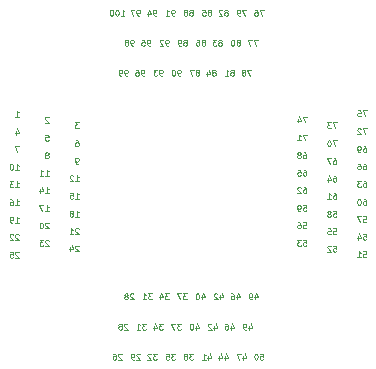
<source format=gbo>
%TF.GenerationSoftware,KiCad,Pcbnew,8.0.7*%
%TF.CreationDate,2025-03-14T10:02:51+02:00*%
%TF.ProjectId,EPM570 Programmer,45504d35-3730-4205-9072-6f6772616d6d,V0*%
%TF.SameCoordinates,Original*%
%TF.FileFunction,Legend,Bot*%
%TF.FilePolarity,Positive*%
%FSLAX46Y46*%
G04 Gerber Fmt 4.6, Leading zero omitted, Abs format (unit mm)*
G04 Created by KiCad (PCBNEW 8.0.7) date 2025-03-14 10:02:51*
%MOMM*%
%LPD*%
G01*
G04 APERTURE LIST*
%ADD10C,0.100000*%
G04 APERTURE END LIST*
D10*
X-108027Y-13705128D02*
X-131836Y-13681319D01*
X-131836Y-13681319D02*
X-179455Y-13657509D01*
X-179455Y-13657509D02*
X-298503Y-13657509D01*
X-298503Y-13657509D02*
X-346122Y-13681319D01*
X-346122Y-13681319D02*
X-369931Y-13705128D01*
X-369931Y-13705128D02*
X-393741Y-13752747D01*
X-393741Y-13752747D02*
X-393741Y-13800366D01*
X-393741Y-13800366D02*
X-369931Y-13871795D01*
X-369931Y-13871795D02*
X-84217Y-14157509D01*
X-84217Y-14157509D02*
X-393741Y-14157509D01*
X-703264Y-13657509D02*
X-750883Y-13657509D01*
X-750883Y-13657509D02*
X-798502Y-13681319D01*
X-798502Y-13681319D02*
X-822312Y-13705128D01*
X-822312Y-13705128D02*
X-846121Y-13752747D01*
X-846121Y-13752747D02*
X-869931Y-13847985D01*
X-869931Y-13847985D02*
X-869931Y-13967033D01*
X-869931Y-13967033D02*
X-846121Y-14062271D01*
X-846121Y-14062271D02*
X-822312Y-14109890D01*
X-822312Y-14109890D02*
X-798502Y-14133700D01*
X-798502Y-14133700D02*
X-750883Y-14157509D01*
X-750883Y-14157509D02*
X-703264Y-14157509D01*
X-703264Y-14157509D02*
X-655645Y-14133700D01*
X-655645Y-14133700D02*
X-631836Y-14109890D01*
X-631836Y-14109890D02*
X-608026Y-14062271D01*
X-608026Y-14062271D02*
X-584217Y-13967033D01*
X-584217Y-13967033D02*
X-584217Y-13847985D01*
X-584217Y-13847985D02*
X-608026Y-13752747D01*
X-608026Y-13752747D02*
X-631836Y-13705128D01*
X-631836Y-13705128D02*
X-655645Y-13681319D01*
X-655645Y-13681319D02*
X-703264Y-13657509D01*
X11597761Y-19663609D02*
X11288237Y-19663609D01*
X11288237Y-19663609D02*
X11454904Y-19854085D01*
X11454904Y-19854085D02*
X11383475Y-19854085D01*
X11383475Y-19854085D02*
X11335856Y-19877895D01*
X11335856Y-19877895D02*
X11312047Y-19901704D01*
X11312047Y-19901704D02*
X11288237Y-19949323D01*
X11288237Y-19949323D02*
X11288237Y-20068371D01*
X11288237Y-20068371D02*
X11312047Y-20115990D01*
X11312047Y-20115990D02*
X11335856Y-20139800D01*
X11335856Y-20139800D02*
X11383475Y-20163609D01*
X11383475Y-20163609D02*
X11526332Y-20163609D01*
X11526332Y-20163609D02*
X11573951Y-20139800D01*
X11573951Y-20139800D02*
X11597761Y-20115990D01*
X11121571Y-19663609D02*
X10788238Y-19663609D01*
X10788238Y-19663609D02*
X11002523Y-20163609D01*
X26557835Y-11656109D02*
X26653073Y-11656109D01*
X26653073Y-11656109D02*
X26700692Y-11679919D01*
X26700692Y-11679919D02*
X26724502Y-11703728D01*
X26724502Y-11703728D02*
X26772121Y-11775157D01*
X26772121Y-11775157D02*
X26795930Y-11870395D01*
X26795930Y-11870395D02*
X26795930Y-12060871D01*
X26795930Y-12060871D02*
X26772121Y-12108490D01*
X26772121Y-12108490D02*
X26748311Y-12132300D01*
X26748311Y-12132300D02*
X26700692Y-12156109D01*
X26700692Y-12156109D02*
X26605454Y-12156109D01*
X26605454Y-12156109D02*
X26557835Y-12132300D01*
X26557835Y-12132300D02*
X26534026Y-12108490D01*
X26534026Y-12108490D02*
X26510216Y-12060871D01*
X26510216Y-12060871D02*
X26510216Y-11941823D01*
X26510216Y-11941823D02*
X26534026Y-11894204D01*
X26534026Y-11894204D02*
X26557835Y-11870395D01*
X26557835Y-11870395D02*
X26605454Y-11846585D01*
X26605454Y-11846585D02*
X26700692Y-11846585D01*
X26700692Y-11846585D02*
X26748311Y-11870395D01*
X26748311Y-11870395D02*
X26772121Y-11894204D01*
X26772121Y-11894204D02*
X26795930Y-11941823D01*
X26200693Y-11656109D02*
X26153074Y-11656109D01*
X26153074Y-11656109D02*
X26105455Y-11679919D01*
X26105455Y-11679919D02*
X26081645Y-11703728D01*
X26081645Y-11703728D02*
X26057836Y-11751347D01*
X26057836Y-11751347D02*
X26034026Y-11846585D01*
X26034026Y-11846585D02*
X26034026Y-11965633D01*
X26034026Y-11965633D02*
X26057836Y-12060871D01*
X26057836Y-12060871D02*
X26081645Y-12108490D01*
X26081645Y-12108490D02*
X26105455Y-12132300D01*
X26105455Y-12132300D02*
X26153074Y-12156109D01*
X26153074Y-12156109D02*
X26200693Y-12156109D01*
X26200693Y-12156109D02*
X26248312Y-12132300D01*
X26248312Y-12132300D02*
X26272121Y-12108490D01*
X26272121Y-12108490D02*
X26295931Y-12060871D01*
X26295931Y-12060871D02*
X26319740Y-11965633D01*
X26319740Y-11965633D02*
X26319740Y-11846585D01*
X26319740Y-11846585D02*
X26295931Y-11751347D01*
X26295931Y-11751347D02*
X26272121Y-11703728D01*
X26272121Y-11703728D02*
X26248312Y-11679919D01*
X26248312Y-11679919D02*
X26200693Y-11656109D01*
X-2648027Y-14681128D02*
X-2671836Y-14657319D01*
X-2671836Y-14657319D02*
X-2719455Y-14633509D01*
X-2719455Y-14633509D02*
X-2838503Y-14633509D01*
X-2838503Y-14633509D02*
X-2886122Y-14657319D01*
X-2886122Y-14657319D02*
X-2909931Y-14681128D01*
X-2909931Y-14681128D02*
X-2933741Y-14728747D01*
X-2933741Y-14728747D02*
X-2933741Y-14776366D01*
X-2933741Y-14776366D02*
X-2909931Y-14847795D01*
X-2909931Y-14847795D02*
X-2624217Y-15133509D01*
X-2624217Y-15133509D02*
X-2933741Y-15133509D01*
X-3124217Y-14681128D02*
X-3148026Y-14657319D01*
X-3148026Y-14657319D02*
X-3195645Y-14633509D01*
X-3195645Y-14633509D02*
X-3314693Y-14633509D01*
X-3314693Y-14633509D02*
X-3362312Y-14657319D01*
X-3362312Y-14657319D02*
X-3386121Y-14681128D01*
X-3386121Y-14681128D02*
X-3409931Y-14728747D01*
X-3409931Y-14728747D02*
X-3409931Y-14776366D01*
X-3409931Y-14776366D02*
X-3386121Y-14847795D01*
X-3386121Y-14847795D02*
X-3100407Y-15133509D01*
X-3100407Y-15133509D02*
X-3409931Y-15133509D01*
X14827456Y-24930276D02*
X14827456Y-25263609D01*
X14946504Y-24739800D02*
X15065551Y-25096942D01*
X15065551Y-25096942D02*
X14756028Y-25096942D01*
X14351266Y-24930276D02*
X14351266Y-25263609D01*
X14470314Y-24739800D02*
X14589361Y-25096942D01*
X14589361Y-25096942D02*
X14279838Y-25096942D01*
X18097761Y4353990D02*
X17764428Y4353990D01*
X17764428Y4353990D02*
X17978713Y3853990D01*
X17359666Y4353990D02*
X17454904Y4353990D01*
X17454904Y4353990D02*
X17502523Y4330180D01*
X17502523Y4330180D02*
X17526333Y4306371D01*
X17526333Y4306371D02*
X17573952Y4234942D01*
X17573952Y4234942D02*
X17597761Y4139704D01*
X17597761Y4139704D02*
X17597761Y3949228D01*
X17597761Y3949228D02*
X17573952Y3901609D01*
X17573952Y3901609D02*
X17550142Y3877800D01*
X17550142Y3877800D02*
X17502523Y3853990D01*
X17502523Y3853990D02*
X17407285Y3853990D01*
X17407285Y3853990D02*
X17359666Y3877800D01*
X17359666Y3877800D02*
X17335857Y3901609D01*
X17335857Y3901609D02*
X17312047Y3949228D01*
X17312047Y3949228D02*
X17312047Y4068276D01*
X17312047Y4068276D02*
X17335857Y4115895D01*
X17335857Y4115895D02*
X17359666Y4139704D01*
X17359666Y4139704D02*
X17407285Y4163514D01*
X17407285Y4163514D02*
X17502523Y4163514D01*
X17502523Y4163514D02*
X17550142Y4139704D01*
X17550142Y4139704D02*
X17573952Y4115895D01*
X17573952Y4115895D02*
X17597761Y4068276D01*
X10526332Y3853990D02*
X10431094Y3853990D01*
X10431094Y3853990D02*
X10383475Y3877800D01*
X10383475Y3877800D02*
X10359666Y3901609D01*
X10359666Y3901609D02*
X10312047Y3973038D01*
X10312047Y3973038D02*
X10288237Y4068276D01*
X10288237Y4068276D02*
X10288237Y4258752D01*
X10288237Y4258752D02*
X10312047Y4306371D01*
X10312047Y4306371D02*
X10335856Y4330180D01*
X10335856Y4330180D02*
X10383475Y4353990D01*
X10383475Y4353990D02*
X10478713Y4353990D01*
X10478713Y4353990D02*
X10526332Y4330180D01*
X10526332Y4330180D02*
X10550142Y4306371D01*
X10550142Y4306371D02*
X10573951Y4258752D01*
X10573951Y4258752D02*
X10573951Y4139704D01*
X10573951Y4139704D02*
X10550142Y4092085D01*
X10550142Y4092085D02*
X10526332Y4068276D01*
X10526332Y4068276D02*
X10478713Y4044466D01*
X10478713Y4044466D02*
X10383475Y4044466D01*
X10383475Y4044466D02*
X10335856Y4068276D01*
X10335856Y4068276D02*
X10312047Y4092085D01*
X10312047Y4092085D02*
X10288237Y4139704D01*
X9812047Y3853990D02*
X10097761Y3853990D01*
X9954904Y3853990D02*
X9954904Y4353990D01*
X9954904Y4353990D02*
X10002523Y4282561D01*
X10002523Y4282561D02*
X10050142Y4234942D01*
X10050142Y4234942D02*
X10097761Y4211133D01*
X13561513Y4139704D02*
X13609132Y4163514D01*
X13609132Y4163514D02*
X13632942Y4187323D01*
X13632942Y4187323D02*
X13656751Y4234942D01*
X13656751Y4234942D02*
X13656751Y4258752D01*
X13656751Y4258752D02*
X13632942Y4306371D01*
X13632942Y4306371D02*
X13609132Y4330180D01*
X13609132Y4330180D02*
X13561513Y4353990D01*
X13561513Y4353990D02*
X13466275Y4353990D01*
X13466275Y4353990D02*
X13418656Y4330180D01*
X13418656Y4330180D02*
X13394847Y4306371D01*
X13394847Y4306371D02*
X13371037Y4258752D01*
X13371037Y4258752D02*
X13371037Y4234942D01*
X13371037Y4234942D02*
X13394847Y4187323D01*
X13394847Y4187323D02*
X13418656Y4163514D01*
X13418656Y4163514D02*
X13466275Y4139704D01*
X13466275Y4139704D02*
X13561513Y4139704D01*
X13561513Y4139704D02*
X13609132Y4115895D01*
X13609132Y4115895D02*
X13632942Y4092085D01*
X13632942Y4092085D02*
X13656751Y4044466D01*
X13656751Y4044466D02*
X13656751Y3949228D01*
X13656751Y3949228D02*
X13632942Y3901609D01*
X13632942Y3901609D02*
X13609132Y3877800D01*
X13609132Y3877800D02*
X13561513Y3853990D01*
X13561513Y3853990D02*
X13466275Y3853990D01*
X13466275Y3853990D02*
X13418656Y3877800D01*
X13418656Y3877800D02*
X13394847Y3901609D01*
X13394847Y3901609D02*
X13371037Y3949228D01*
X13371037Y3949228D02*
X13371037Y4044466D01*
X13371037Y4044466D02*
X13394847Y4092085D01*
X13394847Y4092085D02*
X13418656Y4115895D01*
X13418656Y4115895D02*
X13466275Y4139704D01*
X12918657Y4353990D02*
X13156752Y4353990D01*
X13156752Y4353990D02*
X13180561Y4115895D01*
X13180561Y4115895D02*
X13156752Y4139704D01*
X13156752Y4139704D02*
X13109133Y4163514D01*
X13109133Y4163514D02*
X12990085Y4163514D01*
X12990085Y4163514D02*
X12942466Y4139704D01*
X12942466Y4139704D02*
X12918657Y4115895D01*
X12918657Y4115895D02*
X12894847Y4068276D01*
X12894847Y4068276D02*
X12894847Y3949228D01*
X12894847Y3949228D02*
X12918657Y3901609D01*
X12918657Y3901609D02*
X12942466Y3877800D01*
X12942466Y3877800D02*
X12990085Y3853990D01*
X12990085Y3853990D02*
X13109133Y3853990D01*
X13109133Y3853990D02*
X13156752Y3877800D01*
X13156752Y3877800D02*
X13180561Y3901609D01*
X2455782Y-5163109D02*
X2146258Y-5163109D01*
X2146258Y-5163109D02*
X2312925Y-5353585D01*
X2312925Y-5353585D02*
X2241496Y-5353585D01*
X2241496Y-5353585D02*
X2193877Y-5377395D01*
X2193877Y-5377395D02*
X2170068Y-5401204D01*
X2170068Y-5401204D02*
X2146258Y-5448823D01*
X2146258Y-5448823D02*
X2146258Y-5567871D01*
X2146258Y-5567871D02*
X2170068Y-5615490D01*
X2170068Y-5615490D02*
X2193877Y-5639300D01*
X2193877Y-5639300D02*
X2241496Y-5663109D01*
X2241496Y-5663109D02*
X2384353Y-5663109D01*
X2384353Y-5663109D02*
X2431972Y-5639300D01*
X2431972Y-5639300D02*
X2455782Y-5615490D01*
X6573951Y-22261228D02*
X6550142Y-22237419D01*
X6550142Y-22237419D02*
X6502523Y-22213609D01*
X6502523Y-22213609D02*
X6383475Y-22213609D01*
X6383475Y-22213609D02*
X6335856Y-22237419D01*
X6335856Y-22237419D02*
X6312047Y-22261228D01*
X6312047Y-22261228D02*
X6288237Y-22308847D01*
X6288237Y-22308847D02*
X6288237Y-22356466D01*
X6288237Y-22356466D02*
X6312047Y-22427895D01*
X6312047Y-22427895D02*
X6597761Y-22713609D01*
X6597761Y-22713609D02*
X6288237Y-22713609D01*
X6002523Y-22427895D02*
X6050142Y-22404085D01*
X6050142Y-22404085D02*
X6073952Y-22380276D01*
X6073952Y-22380276D02*
X6097761Y-22332657D01*
X6097761Y-22332657D02*
X6097761Y-22308847D01*
X6097761Y-22308847D02*
X6073952Y-22261228D01*
X6073952Y-22261228D02*
X6050142Y-22237419D01*
X6050142Y-22237419D02*
X6002523Y-22213609D01*
X6002523Y-22213609D02*
X5907285Y-22213609D01*
X5907285Y-22213609D02*
X5859666Y-22237419D01*
X5859666Y-22237419D02*
X5835857Y-22261228D01*
X5835857Y-22261228D02*
X5812047Y-22308847D01*
X5812047Y-22308847D02*
X5812047Y-22332657D01*
X5812047Y-22332657D02*
X5835857Y-22380276D01*
X5835857Y-22380276D02*
X5859666Y-22404085D01*
X5859666Y-22404085D02*
X5907285Y-22427895D01*
X5907285Y-22427895D02*
X6002523Y-22427895D01*
X6002523Y-22427895D02*
X6050142Y-22451704D01*
X6050142Y-22451704D02*
X6073952Y-22475514D01*
X6073952Y-22475514D02*
X6097761Y-22523133D01*
X6097761Y-22523133D02*
X6097761Y-22618371D01*
X6097761Y-22618371D02*
X6073952Y-22665990D01*
X6073952Y-22665990D02*
X6050142Y-22689800D01*
X6050142Y-22689800D02*
X6002523Y-22713609D01*
X6002523Y-22713609D02*
X5907285Y-22713609D01*
X5907285Y-22713609D02*
X5859666Y-22689800D01*
X5859666Y-22689800D02*
X5835857Y-22665990D01*
X5835857Y-22665990D02*
X5812047Y-22618371D01*
X5812047Y-22618371D02*
X5812047Y-22523133D01*
X5812047Y-22523133D02*
X5835857Y-22475514D01*
X5835857Y-22475514D02*
X5859666Y-22451704D01*
X5859666Y-22451704D02*
X5907285Y-22427895D01*
X6073951Y-24811228D02*
X6050142Y-24787419D01*
X6050142Y-24787419D02*
X6002523Y-24763609D01*
X6002523Y-24763609D02*
X5883475Y-24763609D01*
X5883475Y-24763609D02*
X5835856Y-24787419D01*
X5835856Y-24787419D02*
X5812047Y-24811228D01*
X5812047Y-24811228D02*
X5788237Y-24858847D01*
X5788237Y-24858847D02*
X5788237Y-24906466D01*
X5788237Y-24906466D02*
X5812047Y-24977895D01*
X5812047Y-24977895D02*
X6097761Y-25263609D01*
X6097761Y-25263609D02*
X5788237Y-25263609D01*
X5359666Y-24763609D02*
X5454904Y-24763609D01*
X5454904Y-24763609D02*
X5502523Y-24787419D01*
X5502523Y-24787419D02*
X5526333Y-24811228D01*
X5526333Y-24811228D02*
X5573952Y-24882657D01*
X5573952Y-24882657D02*
X5597761Y-24977895D01*
X5597761Y-24977895D02*
X5597761Y-25168371D01*
X5597761Y-25168371D02*
X5573952Y-25215990D01*
X5573952Y-25215990D02*
X5550142Y-25239800D01*
X5550142Y-25239800D02*
X5502523Y-25263609D01*
X5502523Y-25263609D02*
X5407285Y-25263609D01*
X5407285Y-25263609D02*
X5359666Y-25239800D01*
X5359666Y-25239800D02*
X5335857Y-25215990D01*
X5335857Y-25215990D02*
X5312047Y-25168371D01*
X5312047Y-25168371D02*
X5312047Y-25049323D01*
X5312047Y-25049323D02*
X5335857Y-25001704D01*
X5335857Y-25001704D02*
X5359666Y-24977895D01*
X5359666Y-24977895D02*
X5407285Y-24954085D01*
X5407285Y-24954085D02*
X5502523Y-24954085D01*
X5502523Y-24954085D02*
X5550142Y-24977895D01*
X5550142Y-24977895D02*
X5573952Y-25001704D01*
X5573952Y-25001704D02*
X5597761Y-25049323D01*
X8467132Y1313990D02*
X8371894Y1313990D01*
X8371894Y1313990D02*
X8324275Y1337800D01*
X8324275Y1337800D02*
X8300466Y1361609D01*
X8300466Y1361609D02*
X8252847Y1433038D01*
X8252847Y1433038D02*
X8229037Y1528276D01*
X8229037Y1528276D02*
X8229037Y1718752D01*
X8229037Y1718752D02*
X8252847Y1766371D01*
X8252847Y1766371D02*
X8276656Y1790180D01*
X8276656Y1790180D02*
X8324275Y1813990D01*
X8324275Y1813990D02*
X8419513Y1813990D01*
X8419513Y1813990D02*
X8467132Y1790180D01*
X8467132Y1790180D02*
X8490942Y1766371D01*
X8490942Y1766371D02*
X8514751Y1718752D01*
X8514751Y1718752D02*
X8514751Y1599704D01*
X8514751Y1599704D02*
X8490942Y1552085D01*
X8490942Y1552085D02*
X8467132Y1528276D01*
X8467132Y1528276D02*
X8419513Y1504466D01*
X8419513Y1504466D02*
X8324275Y1504466D01*
X8324275Y1504466D02*
X8276656Y1528276D01*
X8276656Y1528276D02*
X8252847Y1552085D01*
X8252847Y1552085D02*
X8229037Y1599704D01*
X7776657Y1813990D02*
X8014752Y1813990D01*
X8014752Y1813990D02*
X8038561Y1575895D01*
X8038561Y1575895D02*
X8014752Y1599704D01*
X8014752Y1599704D02*
X7967133Y1623514D01*
X7967133Y1623514D02*
X7848085Y1623514D01*
X7848085Y1623514D02*
X7800466Y1599704D01*
X7800466Y1599704D02*
X7776657Y1575895D01*
X7776657Y1575895D02*
X7752847Y1528276D01*
X7752847Y1528276D02*
X7752847Y1409228D01*
X7752847Y1409228D02*
X7776657Y1361609D01*
X7776657Y1361609D02*
X7800466Y1337800D01*
X7800466Y1337800D02*
X7848085Y1313990D01*
X7848085Y1313990D02*
X7967133Y1313990D01*
X7967133Y1313990D02*
X8014752Y1337800D01*
X8014752Y1337800D02*
X8038561Y1361609D01*
X-203265Y-7928195D02*
X-155646Y-7904385D01*
X-155646Y-7904385D02*
X-131836Y-7880576D01*
X-131836Y-7880576D02*
X-108027Y-7832957D01*
X-108027Y-7832957D02*
X-108027Y-7809147D01*
X-108027Y-7809147D02*
X-131836Y-7761528D01*
X-131836Y-7761528D02*
X-155646Y-7737719D01*
X-155646Y-7737719D02*
X-203265Y-7713909D01*
X-203265Y-7713909D02*
X-298503Y-7713909D01*
X-298503Y-7713909D02*
X-346122Y-7737719D01*
X-346122Y-7737719D02*
X-369931Y-7761528D01*
X-369931Y-7761528D02*
X-393741Y-7809147D01*
X-393741Y-7809147D02*
X-393741Y-7832957D01*
X-393741Y-7832957D02*
X-369931Y-7880576D01*
X-369931Y-7880576D02*
X-346122Y-7904385D01*
X-346122Y-7904385D02*
X-298503Y-7928195D01*
X-298503Y-7928195D02*
X-203265Y-7928195D01*
X-203265Y-7928195D02*
X-155646Y-7952004D01*
X-155646Y-7952004D02*
X-131836Y-7975814D01*
X-131836Y-7975814D02*
X-108027Y-8023433D01*
X-108027Y-8023433D02*
X-108027Y-8118671D01*
X-108027Y-8118671D02*
X-131836Y-8166290D01*
X-131836Y-8166290D02*
X-155646Y-8190100D01*
X-155646Y-8190100D02*
X-203265Y-8213909D01*
X-203265Y-8213909D02*
X-298503Y-8213909D01*
X-298503Y-8213909D02*
X-346122Y-8190100D01*
X-346122Y-8190100D02*
X-369931Y-8166290D01*
X-369931Y-8166290D02*
X-393741Y-8118671D01*
X-393741Y-8118671D02*
X-393741Y-8023433D01*
X-393741Y-8023433D02*
X-369931Y-7975814D01*
X-369931Y-7975814D02*
X-346122Y-7952004D01*
X-346122Y-7952004D02*
X-298503Y-7928195D01*
X-2624217Y-7216709D02*
X-2957550Y-7216709D01*
X-2957550Y-7216709D02*
X-2743265Y-7716709D01*
X6539932Y-1226009D02*
X6444694Y-1226009D01*
X6444694Y-1226009D02*
X6397075Y-1202200D01*
X6397075Y-1202200D02*
X6373266Y-1178390D01*
X6373266Y-1178390D02*
X6325647Y-1106961D01*
X6325647Y-1106961D02*
X6301837Y-1011723D01*
X6301837Y-1011723D02*
X6301837Y-821247D01*
X6301837Y-821247D02*
X6325647Y-773628D01*
X6325647Y-773628D02*
X6349456Y-749819D01*
X6349456Y-749819D02*
X6397075Y-726009D01*
X6397075Y-726009D02*
X6492313Y-726009D01*
X6492313Y-726009D02*
X6539932Y-749819D01*
X6539932Y-749819D02*
X6563742Y-773628D01*
X6563742Y-773628D02*
X6587551Y-821247D01*
X6587551Y-821247D02*
X6587551Y-940295D01*
X6587551Y-940295D02*
X6563742Y-987914D01*
X6563742Y-987914D02*
X6539932Y-1011723D01*
X6539932Y-1011723D02*
X6492313Y-1035533D01*
X6492313Y-1035533D02*
X6397075Y-1035533D01*
X6397075Y-1035533D02*
X6349456Y-1011723D01*
X6349456Y-1011723D02*
X6325647Y-987914D01*
X6325647Y-987914D02*
X6301837Y-940295D01*
X6063742Y-1226009D02*
X5968504Y-1226009D01*
X5968504Y-1226009D02*
X5920885Y-1202200D01*
X5920885Y-1202200D02*
X5897076Y-1178390D01*
X5897076Y-1178390D02*
X5849457Y-1106961D01*
X5849457Y-1106961D02*
X5825647Y-1011723D01*
X5825647Y-1011723D02*
X5825647Y-821247D01*
X5825647Y-821247D02*
X5849457Y-773628D01*
X5849457Y-773628D02*
X5873266Y-749819D01*
X5873266Y-749819D02*
X5920885Y-726009D01*
X5920885Y-726009D02*
X6016123Y-726009D01*
X6016123Y-726009D02*
X6063742Y-749819D01*
X6063742Y-749819D02*
X6087552Y-773628D01*
X6087552Y-773628D02*
X6111361Y-821247D01*
X6111361Y-821247D02*
X6111361Y-940295D01*
X6111361Y-940295D02*
X6087552Y-987914D01*
X6087552Y-987914D02*
X6063742Y-1011723D01*
X6063742Y-1011723D02*
X6016123Y-1035533D01*
X6016123Y-1035533D02*
X5920885Y-1035533D01*
X5920885Y-1035533D02*
X5873266Y-1011723D01*
X5873266Y-1011723D02*
X5849457Y-987914D01*
X5849457Y-987914D02*
X5825647Y-940295D01*
X-393741Y-11160309D02*
X-108027Y-11160309D01*
X-250884Y-11160309D02*
X-250884Y-10660309D01*
X-250884Y-10660309D02*
X-203265Y-10731738D01*
X-203265Y-10731738D02*
X-155646Y-10779357D01*
X-155646Y-10779357D02*
X-108027Y-10803166D01*
X-822312Y-10826976D02*
X-822312Y-11160309D01*
X-703264Y-10636500D02*
X-584217Y-10993642D01*
X-584217Y-10993642D02*
X-893740Y-10993642D01*
X2146258Y-10158909D02*
X2431972Y-10158909D01*
X2289115Y-10158909D02*
X2289115Y-9658909D01*
X2289115Y-9658909D02*
X2336734Y-9730338D01*
X2336734Y-9730338D02*
X2384353Y-9777957D01*
X2384353Y-9777957D02*
X2431972Y-9801766D01*
X1955782Y-9706528D02*
X1931973Y-9682719D01*
X1931973Y-9682719D02*
X1884354Y-9658909D01*
X1884354Y-9658909D02*
X1765306Y-9658909D01*
X1765306Y-9658909D02*
X1717687Y-9682719D01*
X1717687Y-9682719D02*
X1693878Y-9706528D01*
X1693878Y-9706528D02*
X1670068Y-9754147D01*
X1670068Y-9754147D02*
X1670068Y-9801766D01*
X1670068Y-9801766D02*
X1693878Y-9873195D01*
X1693878Y-9873195D02*
X1979592Y-10158909D01*
X1979592Y-10158909D02*
X1670068Y-10158909D01*
X21454026Y-12180109D02*
X21692121Y-12180109D01*
X21692121Y-12180109D02*
X21715930Y-12418204D01*
X21715930Y-12418204D02*
X21692121Y-12394395D01*
X21692121Y-12394395D02*
X21644502Y-12370585D01*
X21644502Y-12370585D02*
X21525454Y-12370585D01*
X21525454Y-12370585D02*
X21477835Y-12394395D01*
X21477835Y-12394395D02*
X21454026Y-12418204D01*
X21454026Y-12418204D02*
X21430216Y-12465823D01*
X21430216Y-12465823D02*
X21430216Y-12584871D01*
X21430216Y-12584871D02*
X21454026Y-12632490D01*
X21454026Y-12632490D02*
X21477835Y-12656300D01*
X21477835Y-12656300D02*
X21525454Y-12680109D01*
X21525454Y-12680109D02*
X21644502Y-12680109D01*
X21644502Y-12680109D02*
X21692121Y-12656300D01*
X21692121Y-12656300D02*
X21715930Y-12632490D01*
X21192121Y-12680109D02*
X21096883Y-12680109D01*
X21096883Y-12680109D02*
X21049264Y-12656300D01*
X21049264Y-12656300D02*
X21025455Y-12632490D01*
X21025455Y-12632490D02*
X20977836Y-12561061D01*
X20977836Y-12561061D02*
X20954026Y-12465823D01*
X20954026Y-12465823D02*
X20954026Y-12275347D01*
X20954026Y-12275347D02*
X20977836Y-12227728D01*
X20977836Y-12227728D02*
X21001645Y-12203919D01*
X21001645Y-12203919D02*
X21049264Y-12180109D01*
X21049264Y-12180109D02*
X21144502Y-12180109D01*
X21144502Y-12180109D02*
X21192121Y-12203919D01*
X21192121Y-12203919D02*
X21215931Y-12227728D01*
X21215931Y-12227728D02*
X21239740Y-12275347D01*
X21239740Y-12275347D02*
X21239740Y-12394395D01*
X21239740Y-12394395D02*
X21215931Y-12442014D01*
X21215931Y-12442014D02*
X21192121Y-12465823D01*
X21192121Y-12465823D02*
X21144502Y-12489633D01*
X21144502Y-12489633D02*
X21049264Y-12489633D01*
X21049264Y-12489633D02*
X21001645Y-12465823D01*
X21001645Y-12465823D02*
X20977836Y-12442014D01*
X20977836Y-12442014D02*
X20954026Y-12394395D01*
X21477835Y-10656109D02*
X21573073Y-10656109D01*
X21573073Y-10656109D02*
X21620692Y-10679919D01*
X21620692Y-10679919D02*
X21644502Y-10703728D01*
X21644502Y-10703728D02*
X21692121Y-10775157D01*
X21692121Y-10775157D02*
X21715930Y-10870395D01*
X21715930Y-10870395D02*
X21715930Y-11060871D01*
X21715930Y-11060871D02*
X21692121Y-11108490D01*
X21692121Y-11108490D02*
X21668311Y-11132300D01*
X21668311Y-11132300D02*
X21620692Y-11156109D01*
X21620692Y-11156109D02*
X21525454Y-11156109D01*
X21525454Y-11156109D02*
X21477835Y-11132300D01*
X21477835Y-11132300D02*
X21454026Y-11108490D01*
X21454026Y-11108490D02*
X21430216Y-11060871D01*
X21430216Y-11060871D02*
X21430216Y-10941823D01*
X21430216Y-10941823D02*
X21454026Y-10894204D01*
X21454026Y-10894204D02*
X21477835Y-10870395D01*
X21477835Y-10870395D02*
X21525454Y-10846585D01*
X21525454Y-10846585D02*
X21620692Y-10846585D01*
X21620692Y-10846585D02*
X21668311Y-10870395D01*
X21668311Y-10870395D02*
X21692121Y-10894204D01*
X21692121Y-10894204D02*
X21715930Y-10941823D01*
X21239740Y-10703728D02*
X21215931Y-10679919D01*
X21215931Y-10679919D02*
X21168312Y-10656109D01*
X21168312Y-10656109D02*
X21049264Y-10656109D01*
X21049264Y-10656109D02*
X21001645Y-10679919D01*
X21001645Y-10679919D02*
X20977836Y-10703728D01*
X20977836Y-10703728D02*
X20954026Y-10751347D01*
X20954026Y-10751347D02*
X20954026Y-10798966D01*
X20954026Y-10798966D02*
X20977836Y-10870395D01*
X20977836Y-10870395D02*
X21263550Y-11156109D01*
X21263550Y-11156109D02*
X20954026Y-11156109D01*
X2146258Y-13156109D02*
X2431972Y-13156109D01*
X2289115Y-13156109D02*
X2289115Y-12656109D01*
X2289115Y-12656109D02*
X2336734Y-12727538D01*
X2336734Y-12727538D02*
X2384353Y-12775157D01*
X2384353Y-12775157D02*
X2431972Y-12798966D01*
X1860544Y-12870395D02*
X1908163Y-12846585D01*
X1908163Y-12846585D02*
X1931973Y-12822776D01*
X1931973Y-12822776D02*
X1955782Y-12775157D01*
X1955782Y-12775157D02*
X1955782Y-12751347D01*
X1955782Y-12751347D02*
X1931973Y-12703728D01*
X1931973Y-12703728D02*
X1908163Y-12679919D01*
X1908163Y-12679919D02*
X1860544Y-12656109D01*
X1860544Y-12656109D02*
X1765306Y-12656109D01*
X1765306Y-12656109D02*
X1717687Y-12679919D01*
X1717687Y-12679919D02*
X1693878Y-12703728D01*
X1693878Y-12703728D02*
X1670068Y-12751347D01*
X1670068Y-12751347D02*
X1670068Y-12775157D01*
X1670068Y-12775157D02*
X1693878Y-12822776D01*
X1693878Y-12822776D02*
X1717687Y-12846585D01*
X1717687Y-12846585D02*
X1765306Y-12870395D01*
X1765306Y-12870395D02*
X1860544Y-12870395D01*
X1860544Y-12870395D02*
X1908163Y-12894204D01*
X1908163Y-12894204D02*
X1931973Y-12918014D01*
X1931973Y-12918014D02*
X1955782Y-12965633D01*
X1955782Y-12965633D02*
X1955782Y-13060871D01*
X1955782Y-13060871D02*
X1931973Y-13108490D01*
X1931973Y-13108490D02*
X1908163Y-13132300D01*
X1908163Y-13132300D02*
X1860544Y-13156109D01*
X1860544Y-13156109D02*
X1765306Y-13156109D01*
X1765306Y-13156109D02*
X1717687Y-13132300D01*
X1717687Y-13132300D02*
X1693878Y-13108490D01*
X1693878Y-13108490D02*
X1670068Y-13060871D01*
X1670068Y-13060871D02*
X1670068Y-12965633D01*
X1670068Y-12965633D02*
X1693878Y-12918014D01*
X1693878Y-12918014D02*
X1717687Y-12894204D01*
X1717687Y-12894204D02*
X1765306Y-12870395D01*
X26819740Y-5687109D02*
X26486407Y-5687109D01*
X26486407Y-5687109D02*
X26700692Y-6187109D01*
X26319740Y-5734728D02*
X26295931Y-5710919D01*
X26295931Y-5710919D02*
X26248312Y-5687109D01*
X26248312Y-5687109D02*
X26129264Y-5687109D01*
X26129264Y-5687109D02*
X26081645Y-5710919D01*
X26081645Y-5710919D02*
X26057836Y-5734728D01*
X26057836Y-5734728D02*
X26034026Y-5782347D01*
X26034026Y-5782347D02*
X26034026Y-5829966D01*
X26034026Y-5829966D02*
X26057836Y-5901395D01*
X26057836Y-5901395D02*
X26343550Y-6187109D01*
X26343550Y-6187109D02*
X26034026Y-6187109D01*
X-2648027Y-16179728D02*
X-2671836Y-16155919D01*
X-2671836Y-16155919D02*
X-2719455Y-16132109D01*
X-2719455Y-16132109D02*
X-2838503Y-16132109D01*
X-2838503Y-16132109D02*
X-2886122Y-16155919D01*
X-2886122Y-16155919D02*
X-2909931Y-16179728D01*
X-2909931Y-16179728D02*
X-2933741Y-16227347D01*
X-2933741Y-16227347D02*
X-2933741Y-16274966D01*
X-2933741Y-16274966D02*
X-2909931Y-16346395D01*
X-2909931Y-16346395D02*
X-2624217Y-16632109D01*
X-2624217Y-16632109D02*
X-2933741Y-16632109D01*
X-3386121Y-16132109D02*
X-3148026Y-16132109D01*
X-3148026Y-16132109D02*
X-3124217Y-16370204D01*
X-3124217Y-16370204D02*
X-3148026Y-16346395D01*
X-3148026Y-16346395D02*
X-3195645Y-16322585D01*
X-3195645Y-16322585D02*
X-3314693Y-16322585D01*
X-3314693Y-16322585D02*
X-3362312Y-16346395D01*
X-3362312Y-16346395D02*
X-3386121Y-16370204D01*
X-3386121Y-16370204D02*
X-3409931Y-16417823D01*
X-3409931Y-16417823D02*
X-3409931Y-16536871D01*
X-3409931Y-16536871D02*
X-3386121Y-16584490D01*
X-3386121Y-16584490D02*
X-3362312Y-16608300D01*
X-3362312Y-16608300D02*
X-3314693Y-16632109D01*
X-3314693Y-16632109D02*
X-3195645Y-16632109D01*
X-3195645Y-16632109D02*
X-3148026Y-16608300D01*
X-3148026Y-16608300D02*
X-3124217Y-16584490D01*
X10597761Y-24763609D02*
X10288237Y-24763609D01*
X10288237Y-24763609D02*
X10454904Y-24954085D01*
X10454904Y-24954085D02*
X10383475Y-24954085D01*
X10383475Y-24954085D02*
X10335856Y-24977895D01*
X10335856Y-24977895D02*
X10312047Y-25001704D01*
X10312047Y-25001704D02*
X10288237Y-25049323D01*
X10288237Y-25049323D02*
X10288237Y-25168371D01*
X10288237Y-25168371D02*
X10312047Y-25215990D01*
X10312047Y-25215990D02*
X10335856Y-25239800D01*
X10335856Y-25239800D02*
X10383475Y-25263609D01*
X10383475Y-25263609D02*
X10526332Y-25263609D01*
X10526332Y-25263609D02*
X10573951Y-25239800D01*
X10573951Y-25239800D02*
X10597761Y-25215990D01*
X9835857Y-24763609D02*
X10073952Y-24763609D01*
X10073952Y-24763609D02*
X10097761Y-25001704D01*
X10097761Y-25001704D02*
X10073952Y-24977895D01*
X10073952Y-24977895D02*
X10026333Y-24954085D01*
X10026333Y-24954085D02*
X9907285Y-24954085D01*
X9907285Y-24954085D02*
X9859666Y-24977895D01*
X9859666Y-24977895D02*
X9835857Y-25001704D01*
X9835857Y-25001704D02*
X9812047Y-25049323D01*
X9812047Y-25049323D02*
X9812047Y-25168371D01*
X9812047Y-25168371D02*
X9835857Y-25215990D01*
X9835857Y-25215990D02*
X9859666Y-25239800D01*
X9859666Y-25239800D02*
X9907285Y-25263609D01*
X9907285Y-25263609D02*
X10026333Y-25263609D01*
X10026333Y-25263609D02*
X10073952Y-25239800D01*
X10073952Y-25239800D02*
X10097761Y-25215990D01*
X14456713Y1599704D02*
X14504332Y1623514D01*
X14504332Y1623514D02*
X14528142Y1647323D01*
X14528142Y1647323D02*
X14551951Y1694942D01*
X14551951Y1694942D02*
X14551951Y1718752D01*
X14551951Y1718752D02*
X14528142Y1766371D01*
X14528142Y1766371D02*
X14504332Y1790180D01*
X14504332Y1790180D02*
X14456713Y1813990D01*
X14456713Y1813990D02*
X14361475Y1813990D01*
X14361475Y1813990D02*
X14313856Y1790180D01*
X14313856Y1790180D02*
X14290047Y1766371D01*
X14290047Y1766371D02*
X14266237Y1718752D01*
X14266237Y1718752D02*
X14266237Y1694942D01*
X14266237Y1694942D02*
X14290047Y1647323D01*
X14290047Y1647323D02*
X14313856Y1623514D01*
X14313856Y1623514D02*
X14361475Y1599704D01*
X14361475Y1599704D02*
X14456713Y1599704D01*
X14456713Y1599704D02*
X14504332Y1575895D01*
X14504332Y1575895D02*
X14528142Y1552085D01*
X14528142Y1552085D02*
X14551951Y1504466D01*
X14551951Y1504466D02*
X14551951Y1409228D01*
X14551951Y1409228D02*
X14528142Y1361609D01*
X14528142Y1361609D02*
X14504332Y1337800D01*
X14504332Y1337800D02*
X14456713Y1313990D01*
X14456713Y1313990D02*
X14361475Y1313990D01*
X14361475Y1313990D02*
X14313856Y1337800D01*
X14313856Y1337800D02*
X14290047Y1361609D01*
X14290047Y1361609D02*
X14266237Y1409228D01*
X14266237Y1409228D02*
X14266237Y1504466D01*
X14266237Y1504466D02*
X14290047Y1552085D01*
X14290047Y1552085D02*
X14313856Y1575895D01*
X14313856Y1575895D02*
X14361475Y1599704D01*
X14099571Y1813990D02*
X13790047Y1813990D01*
X13790047Y1813990D02*
X13956714Y1623514D01*
X13956714Y1623514D02*
X13885285Y1623514D01*
X13885285Y1623514D02*
X13837666Y1599704D01*
X13837666Y1599704D02*
X13813857Y1575895D01*
X13813857Y1575895D02*
X13790047Y1528276D01*
X13790047Y1528276D02*
X13790047Y1409228D01*
X13790047Y1409228D02*
X13813857Y1361609D01*
X13813857Y1361609D02*
X13837666Y1337800D01*
X13837666Y1337800D02*
X13885285Y1313990D01*
X13885285Y1313990D02*
X14028142Y1313990D01*
X14028142Y1313990D02*
X14075761Y1337800D01*
X14075761Y1337800D02*
X14099571Y1361609D01*
X21454026Y-13653309D02*
X21692121Y-13653309D01*
X21692121Y-13653309D02*
X21715930Y-13891404D01*
X21715930Y-13891404D02*
X21692121Y-13867595D01*
X21692121Y-13867595D02*
X21644502Y-13843785D01*
X21644502Y-13843785D02*
X21525454Y-13843785D01*
X21525454Y-13843785D02*
X21477835Y-13867595D01*
X21477835Y-13867595D02*
X21454026Y-13891404D01*
X21454026Y-13891404D02*
X21430216Y-13939023D01*
X21430216Y-13939023D02*
X21430216Y-14058071D01*
X21430216Y-14058071D02*
X21454026Y-14105690D01*
X21454026Y-14105690D02*
X21477835Y-14129500D01*
X21477835Y-14129500D02*
X21525454Y-14153309D01*
X21525454Y-14153309D02*
X21644502Y-14153309D01*
X21644502Y-14153309D02*
X21692121Y-14129500D01*
X21692121Y-14129500D02*
X21715930Y-14105690D01*
X21001645Y-13653309D02*
X21096883Y-13653309D01*
X21096883Y-13653309D02*
X21144502Y-13677119D01*
X21144502Y-13677119D02*
X21168312Y-13700928D01*
X21168312Y-13700928D02*
X21215931Y-13772357D01*
X21215931Y-13772357D02*
X21239740Y-13867595D01*
X21239740Y-13867595D02*
X21239740Y-14058071D01*
X21239740Y-14058071D02*
X21215931Y-14105690D01*
X21215931Y-14105690D02*
X21192121Y-14129500D01*
X21192121Y-14129500D02*
X21144502Y-14153309D01*
X21144502Y-14153309D02*
X21049264Y-14153309D01*
X21049264Y-14153309D02*
X21001645Y-14129500D01*
X21001645Y-14129500D02*
X20977836Y-14105690D01*
X20977836Y-14105690D02*
X20954026Y-14058071D01*
X20954026Y-14058071D02*
X20954026Y-13939023D01*
X20954026Y-13939023D02*
X20977836Y-13891404D01*
X20977836Y-13891404D02*
X21001645Y-13867595D01*
X21001645Y-13867595D02*
X21049264Y-13843785D01*
X21049264Y-13843785D02*
X21144502Y-13843785D01*
X21144502Y-13843785D02*
X21192121Y-13867595D01*
X21192121Y-13867595D02*
X21215931Y-13891404D01*
X21215931Y-13891404D02*
X21239740Y-13939023D01*
X21477835Y-7709709D02*
X21573073Y-7709709D01*
X21573073Y-7709709D02*
X21620692Y-7733519D01*
X21620692Y-7733519D02*
X21644502Y-7757328D01*
X21644502Y-7757328D02*
X21692121Y-7828757D01*
X21692121Y-7828757D02*
X21715930Y-7923995D01*
X21715930Y-7923995D02*
X21715930Y-8114471D01*
X21715930Y-8114471D02*
X21692121Y-8162090D01*
X21692121Y-8162090D02*
X21668311Y-8185900D01*
X21668311Y-8185900D02*
X21620692Y-8209709D01*
X21620692Y-8209709D02*
X21525454Y-8209709D01*
X21525454Y-8209709D02*
X21477835Y-8185900D01*
X21477835Y-8185900D02*
X21454026Y-8162090D01*
X21454026Y-8162090D02*
X21430216Y-8114471D01*
X21430216Y-8114471D02*
X21430216Y-7995423D01*
X21430216Y-7995423D02*
X21454026Y-7947804D01*
X21454026Y-7947804D02*
X21477835Y-7923995D01*
X21477835Y-7923995D02*
X21525454Y-7900185D01*
X21525454Y-7900185D02*
X21620692Y-7900185D01*
X21620692Y-7900185D02*
X21668311Y-7923995D01*
X21668311Y-7923995D02*
X21692121Y-7947804D01*
X21692121Y-7947804D02*
X21715930Y-7995423D01*
X21144502Y-7923995D02*
X21192121Y-7900185D01*
X21192121Y-7900185D02*
X21215931Y-7876376D01*
X21215931Y-7876376D02*
X21239740Y-7828757D01*
X21239740Y-7828757D02*
X21239740Y-7804947D01*
X21239740Y-7804947D02*
X21215931Y-7757328D01*
X21215931Y-7757328D02*
X21192121Y-7733519D01*
X21192121Y-7733519D02*
X21144502Y-7709709D01*
X21144502Y-7709709D02*
X21049264Y-7709709D01*
X21049264Y-7709709D02*
X21001645Y-7733519D01*
X21001645Y-7733519D02*
X20977836Y-7757328D01*
X20977836Y-7757328D02*
X20954026Y-7804947D01*
X20954026Y-7804947D02*
X20954026Y-7828757D01*
X20954026Y-7828757D02*
X20977836Y-7876376D01*
X20977836Y-7876376D02*
X21001645Y-7900185D01*
X21001645Y-7900185D02*
X21049264Y-7923995D01*
X21049264Y-7923995D02*
X21144502Y-7923995D01*
X21144502Y-7923995D02*
X21192121Y-7947804D01*
X21192121Y-7947804D02*
X21215931Y-7971614D01*
X21215931Y-7971614D02*
X21239740Y-8019233D01*
X21239740Y-8019233D02*
X21239740Y-8114471D01*
X21239740Y-8114471D02*
X21215931Y-8162090D01*
X21215931Y-8162090D02*
X21192121Y-8185900D01*
X21192121Y-8185900D02*
X21144502Y-8209709D01*
X21144502Y-8209709D02*
X21049264Y-8209709D01*
X21049264Y-8209709D02*
X21001645Y-8185900D01*
X21001645Y-8185900D02*
X20977836Y-8162090D01*
X20977836Y-8162090D02*
X20954026Y-8114471D01*
X20954026Y-8114471D02*
X20954026Y-8019233D01*
X20954026Y-8019233D02*
X20977836Y-7971614D01*
X20977836Y-7971614D02*
X21001645Y-7947804D01*
X21001645Y-7947804D02*
X21049264Y-7923995D01*
X8143361Y-22213609D02*
X7833837Y-22213609D01*
X7833837Y-22213609D02*
X8000504Y-22404085D01*
X8000504Y-22404085D02*
X7929075Y-22404085D01*
X7929075Y-22404085D02*
X7881456Y-22427895D01*
X7881456Y-22427895D02*
X7857647Y-22451704D01*
X7857647Y-22451704D02*
X7833837Y-22499323D01*
X7833837Y-22499323D02*
X7833837Y-22618371D01*
X7833837Y-22618371D02*
X7857647Y-22665990D01*
X7857647Y-22665990D02*
X7881456Y-22689800D01*
X7881456Y-22689800D02*
X7929075Y-22713609D01*
X7929075Y-22713609D02*
X8071932Y-22713609D01*
X8071932Y-22713609D02*
X8119551Y-22689800D01*
X8119551Y-22689800D02*
X8143361Y-22665990D01*
X7357647Y-22713609D02*
X7643361Y-22713609D01*
X7500504Y-22713609D02*
X7500504Y-22213609D01*
X7500504Y-22213609D02*
X7548123Y-22285038D01*
X7548123Y-22285038D02*
X7595742Y-22332657D01*
X7595742Y-22332657D02*
X7643361Y-22356466D01*
X12873056Y-19830276D02*
X12873056Y-20163609D01*
X12992104Y-19639800D02*
X13111151Y-19996942D01*
X13111151Y-19996942D02*
X12801628Y-19996942D01*
X12515914Y-19663609D02*
X12468295Y-19663609D01*
X12468295Y-19663609D02*
X12420676Y-19687419D01*
X12420676Y-19687419D02*
X12396866Y-19711228D01*
X12396866Y-19711228D02*
X12373057Y-19758847D01*
X12373057Y-19758847D02*
X12349247Y-19854085D01*
X12349247Y-19854085D02*
X12349247Y-19973133D01*
X12349247Y-19973133D02*
X12373057Y-20068371D01*
X12373057Y-20068371D02*
X12396866Y-20115990D01*
X12396866Y-20115990D02*
X12420676Y-20139800D01*
X12420676Y-20139800D02*
X12468295Y-20163609D01*
X12468295Y-20163609D02*
X12515914Y-20163609D01*
X12515914Y-20163609D02*
X12563533Y-20139800D01*
X12563533Y-20139800D02*
X12587342Y-20115990D01*
X12587342Y-20115990D02*
X12611152Y-20068371D01*
X12611152Y-20068371D02*
X12634961Y-19973133D01*
X12634961Y-19973133D02*
X12634961Y-19854085D01*
X12634961Y-19854085D02*
X12611152Y-19758847D01*
X12611152Y-19758847D02*
X12587342Y-19711228D01*
X12587342Y-19711228D02*
X12563533Y-19687419D01*
X12563533Y-19687419D02*
X12515914Y-19663609D01*
X13047913Y1599704D02*
X13095532Y1623514D01*
X13095532Y1623514D02*
X13119342Y1647323D01*
X13119342Y1647323D02*
X13143151Y1694942D01*
X13143151Y1694942D02*
X13143151Y1718752D01*
X13143151Y1718752D02*
X13119342Y1766371D01*
X13119342Y1766371D02*
X13095532Y1790180D01*
X13095532Y1790180D02*
X13047913Y1813990D01*
X13047913Y1813990D02*
X12952675Y1813990D01*
X12952675Y1813990D02*
X12905056Y1790180D01*
X12905056Y1790180D02*
X12881247Y1766371D01*
X12881247Y1766371D02*
X12857437Y1718752D01*
X12857437Y1718752D02*
X12857437Y1694942D01*
X12857437Y1694942D02*
X12881247Y1647323D01*
X12881247Y1647323D02*
X12905056Y1623514D01*
X12905056Y1623514D02*
X12952675Y1599704D01*
X12952675Y1599704D02*
X13047913Y1599704D01*
X13047913Y1599704D02*
X13095532Y1575895D01*
X13095532Y1575895D02*
X13119342Y1552085D01*
X13119342Y1552085D02*
X13143151Y1504466D01*
X13143151Y1504466D02*
X13143151Y1409228D01*
X13143151Y1409228D02*
X13119342Y1361609D01*
X13119342Y1361609D02*
X13095532Y1337800D01*
X13095532Y1337800D02*
X13047913Y1313990D01*
X13047913Y1313990D02*
X12952675Y1313990D01*
X12952675Y1313990D02*
X12905056Y1337800D01*
X12905056Y1337800D02*
X12881247Y1361609D01*
X12881247Y1361609D02*
X12857437Y1409228D01*
X12857437Y1409228D02*
X12857437Y1504466D01*
X12857437Y1504466D02*
X12881247Y1552085D01*
X12881247Y1552085D02*
X12905056Y1575895D01*
X12905056Y1575895D02*
X12952675Y1599704D01*
X12428866Y1813990D02*
X12524104Y1813990D01*
X12524104Y1813990D02*
X12571723Y1790180D01*
X12571723Y1790180D02*
X12595533Y1766371D01*
X12595533Y1766371D02*
X12643152Y1694942D01*
X12643152Y1694942D02*
X12666961Y1599704D01*
X12666961Y1599704D02*
X12666961Y1409228D01*
X12666961Y1409228D02*
X12643152Y1361609D01*
X12643152Y1361609D02*
X12619342Y1337800D01*
X12619342Y1337800D02*
X12571723Y1313990D01*
X12571723Y1313990D02*
X12476485Y1313990D01*
X12476485Y1313990D02*
X12428866Y1337800D01*
X12428866Y1337800D02*
X12405057Y1361609D01*
X12405057Y1361609D02*
X12381247Y1409228D01*
X12381247Y1409228D02*
X12381247Y1528276D01*
X12381247Y1528276D02*
X12405057Y1575895D01*
X12405057Y1575895D02*
X12428866Y1599704D01*
X12428866Y1599704D02*
X12476485Y1623514D01*
X12476485Y1623514D02*
X12571723Y1623514D01*
X12571723Y1623514D02*
X12619342Y1599704D01*
X12619342Y1599704D02*
X12643152Y1575895D01*
X12643152Y1575895D02*
X12666961Y1528276D01*
X16373056Y-24930276D02*
X16373056Y-25263609D01*
X16492104Y-24739800D02*
X16611151Y-25096942D01*
X16611151Y-25096942D02*
X16301628Y-25096942D01*
X16158771Y-24763609D02*
X15825438Y-24763609D01*
X15825438Y-24763609D02*
X16039723Y-25263609D01*
X12373056Y-22380276D02*
X12373056Y-22713609D01*
X12492104Y-22189800D02*
X12611151Y-22546942D01*
X12611151Y-22546942D02*
X12301628Y-22546942D01*
X12015914Y-22213609D02*
X11968295Y-22213609D01*
X11968295Y-22213609D02*
X11920676Y-22237419D01*
X11920676Y-22237419D02*
X11896866Y-22261228D01*
X11896866Y-22261228D02*
X11873057Y-22308847D01*
X11873057Y-22308847D02*
X11849247Y-22404085D01*
X11849247Y-22404085D02*
X11849247Y-22523133D01*
X11849247Y-22523133D02*
X11873057Y-22618371D01*
X11873057Y-22618371D02*
X11896866Y-22665990D01*
X11896866Y-22665990D02*
X11920676Y-22689800D01*
X11920676Y-22689800D02*
X11968295Y-22713609D01*
X11968295Y-22713609D02*
X12015914Y-22713609D01*
X12015914Y-22713609D02*
X12063533Y-22689800D01*
X12063533Y-22689800D02*
X12087342Y-22665990D01*
X12087342Y-22665990D02*
X12111152Y-22618371D01*
X12111152Y-22618371D02*
X12134961Y-22523133D01*
X12134961Y-22523133D02*
X12134961Y-22404085D01*
X12134961Y-22404085D02*
X12111152Y-22308847D01*
X12111152Y-22308847D02*
X12087342Y-22261228D01*
X12087342Y-22261228D02*
X12063533Y-22237419D01*
X12063533Y-22237419D02*
X12015914Y-22213609D01*
X11097761Y-22213609D02*
X10788237Y-22213609D01*
X10788237Y-22213609D02*
X10954904Y-22404085D01*
X10954904Y-22404085D02*
X10883475Y-22404085D01*
X10883475Y-22404085D02*
X10835856Y-22427895D01*
X10835856Y-22427895D02*
X10812047Y-22451704D01*
X10812047Y-22451704D02*
X10788237Y-22499323D01*
X10788237Y-22499323D02*
X10788237Y-22618371D01*
X10788237Y-22618371D02*
X10812047Y-22665990D01*
X10812047Y-22665990D02*
X10835856Y-22689800D01*
X10835856Y-22689800D02*
X10883475Y-22713609D01*
X10883475Y-22713609D02*
X11026332Y-22713609D01*
X11026332Y-22713609D02*
X11073951Y-22689800D01*
X11073951Y-22689800D02*
X11097761Y-22665990D01*
X10621571Y-22213609D02*
X10288238Y-22213609D01*
X10288238Y-22213609D02*
X10502523Y-22713609D01*
X16873056Y-22380276D02*
X16873056Y-22713609D01*
X16992104Y-22189800D02*
X17111151Y-22546942D01*
X17111151Y-22546942D02*
X16801628Y-22546942D01*
X16587342Y-22713609D02*
X16492104Y-22713609D01*
X16492104Y-22713609D02*
X16444485Y-22689800D01*
X16444485Y-22689800D02*
X16420676Y-22665990D01*
X16420676Y-22665990D02*
X16373057Y-22594561D01*
X16373057Y-22594561D02*
X16349247Y-22499323D01*
X16349247Y-22499323D02*
X16349247Y-22308847D01*
X16349247Y-22308847D02*
X16373057Y-22261228D01*
X16373057Y-22261228D02*
X16396866Y-22237419D01*
X16396866Y-22237419D02*
X16444485Y-22213609D01*
X16444485Y-22213609D02*
X16539723Y-22213609D01*
X16539723Y-22213609D02*
X16587342Y-22237419D01*
X16587342Y-22237419D02*
X16611152Y-22261228D01*
X16611152Y-22261228D02*
X16634961Y-22308847D01*
X16634961Y-22308847D02*
X16634961Y-22427895D01*
X16634961Y-22427895D02*
X16611152Y-22475514D01*
X16611152Y-22475514D02*
X16587342Y-22499323D01*
X16587342Y-22499323D02*
X16539723Y-22523133D01*
X16539723Y-22523133D02*
X16444485Y-22523133D01*
X16444485Y-22523133D02*
X16396866Y-22499323D01*
X16396866Y-22499323D02*
X16373057Y-22475514D01*
X16373057Y-22475514D02*
X16349247Y-22427895D01*
X17373056Y-19830276D02*
X17373056Y-20163609D01*
X17492104Y-19639800D02*
X17611151Y-19996942D01*
X17611151Y-19996942D02*
X17301628Y-19996942D01*
X17087342Y-20163609D02*
X16992104Y-20163609D01*
X16992104Y-20163609D02*
X16944485Y-20139800D01*
X16944485Y-20139800D02*
X16920676Y-20115990D01*
X16920676Y-20115990D02*
X16873057Y-20044561D01*
X16873057Y-20044561D02*
X16849247Y-19949323D01*
X16849247Y-19949323D02*
X16849247Y-19758847D01*
X16849247Y-19758847D02*
X16873057Y-19711228D01*
X16873057Y-19711228D02*
X16896866Y-19687419D01*
X16896866Y-19687419D02*
X16944485Y-19663609D01*
X16944485Y-19663609D02*
X17039723Y-19663609D01*
X17039723Y-19663609D02*
X17087342Y-19687419D01*
X17087342Y-19687419D02*
X17111152Y-19711228D01*
X17111152Y-19711228D02*
X17134961Y-19758847D01*
X17134961Y-19758847D02*
X17134961Y-19877895D01*
X17134961Y-19877895D02*
X17111152Y-19925514D01*
X17111152Y-19925514D02*
X17087342Y-19949323D01*
X17087342Y-19949323D02*
X17039723Y-19973133D01*
X17039723Y-19973133D02*
X16944485Y-19973133D01*
X16944485Y-19973133D02*
X16896866Y-19949323D01*
X16896866Y-19949323D02*
X16873057Y-19925514D01*
X16873057Y-19925514D02*
X16849247Y-19877895D01*
X-2886122Y-5884776D02*
X-2886122Y-6218109D01*
X-2767074Y-5694300D02*
X-2648027Y-6051442D01*
X-2648027Y-6051442D02*
X-2957550Y-6051442D01*
X9052161Y-24763609D02*
X8742637Y-24763609D01*
X8742637Y-24763609D02*
X8909304Y-24954085D01*
X8909304Y-24954085D02*
X8837875Y-24954085D01*
X8837875Y-24954085D02*
X8790256Y-24977895D01*
X8790256Y-24977895D02*
X8766447Y-25001704D01*
X8766447Y-25001704D02*
X8742637Y-25049323D01*
X8742637Y-25049323D02*
X8742637Y-25168371D01*
X8742637Y-25168371D02*
X8766447Y-25215990D01*
X8766447Y-25215990D02*
X8790256Y-25239800D01*
X8790256Y-25239800D02*
X8837875Y-25263609D01*
X8837875Y-25263609D02*
X8980732Y-25263609D01*
X8980732Y-25263609D02*
X9028351Y-25239800D01*
X9028351Y-25239800D02*
X9052161Y-25215990D01*
X8552161Y-24811228D02*
X8528352Y-24787419D01*
X8528352Y-24787419D02*
X8480733Y-24763609D01*
X8480733Y-24763609D02*
X8361685Y-24763609D01*
X8361685Y-24763609D02*
X8314066Y-24787419D01*
X8314066Y-24787419D02*
X8290257Y-24811228D01*
X8290257Y-24811228D02*
X8266447Y-24858847D01*
X8266447Y-24858847D02*
X8266447Y-24906466D01*
X8266447Y-24906466D02*
X8290257Y-24977895D01*
X8290257Y-24977895D02*
X8575971Y-25263609D01*
X8575971Y-25263609D02*
X8266447Y-25263609D01*
X21454026Y-15126509D02*
X21692121Y-15126509D01*
X21692121Y-15126509D02*
X21715930Y-15364604D01*
X21715930Y-15364604D02*
X21692121Y-15340795D01*
X21692121Y-15340795D02*
X21644502Y-15316985D01*
X21644502Y-15316985D02*
X21525454Y-15316985D01*
X21525454Y-15316985D02*
X21477835Y-15340795D01*
X21477835Y-15340795D02*
X21454026Y-15364604D01*
X21454026Y-15364604D02*
X21430216Y-15412223D01*
X21430216Y-15412223D02*
X21430216Y-15531271D01*
X21430216Y-15531271D02*
X21454026Y-15578890D01*
X21454026Y-15578890D02*
X21477835Y-15602700D01*
X21477835Y-15602700D02*
X21525454Y-15626509D01*
X21525454Y-15626509D02*
X21644502Y-15626509D01*
X21644502Y-15626509D02*
X21692121Y-15602700D01*
X21692121Y-15602700D02*
X21715930Y-15578890D01*
X21263550Y-15126509D02*
X20954026Y-15126509D01*
X20954026Y-15126509D02*
X21120693Y-15316985D01*
X21120693Y-15316985D02*
X21049264Y-15316985D01*
X21049264Y-15316985D02*
X21001645Y-15340795D01*
X21001645Y-15340795D02*
X20977836Y-15364604D01*
X20977836Y-15364604D02*
X20954026Y-15412223D01*
X20954026Y-15412223D02*
X20954026Y-15531271D01*
X20954026Y-15531271D02*
X20977836Y-15578890D01*
X20977836Y-15578890D02*
X21001645Y-15602700D01*
X21001645Y-15602700D02*
X21049264Y-15626509D01*
X21049264Y-15626509D02*
X21192121Y-15626509D01*
X21192121Y-15626509D02*
X21239740Y-15602700D01*
X21239740Y-15602700D02*
X21263550Y-15578890D01*
X15483913Y-940295D02*
X15531532Y-916485D01*
X15531532Y-916485D02*
X15555342Y-892676D01*
X15555342Y-892676D02*
X15579151Y-845057D01*
X15579151Y-845057D02*
X15579151Y-821247D01*
X15579151Y-821247D02*
X15555342Y-773628D01*
X15555342Y-773628D02*
X15531532Y-749819D01*
X15531532Y-749819D02*
X15483913Y-726009D01*
X15483913Y-726009D02*
X15388675Y-726009D01*
X15388675Y-726009D02*
X15341056Y-749819D01*
X15341056Y-749819D02*
X15317247Y-773628D01*
X15317247Y-773628D02*
X15293437Y-821247D01*
X15293437Y-821247D02*
X15293437Y-845057D01*
X15293437Y-845057D02*
X15317247Y-892676D01*
X15317247Y-892676D02*
X15341056Y-916485D01*
X15341056Y-916485D02*
X15388675Y-940295D01*
X15388675Y-940295D02*
X15483913Y-940295D01*
X15483913Y-940295D02*
X15531532Y-964104D01*
X15531532Y-964104D02*
X15555342Y-987914D01*
X15555342Y-987914D02*
X15579151Y-1035533D01*
X15579151Y-1035533D02*
X15579151Y-1130771D01*
X15579151Y-1130771D02*
X15555342Y-1178390D01*
X15555342Y-1178390D02*
X15531532Y-1202200D01*
X15531532Y-1202200D02*
X15483913Y-1226009D01*
X15483913Y-1226009D02*
X15388675Y-1226009D01*
X15388675Y-1226009D02*
X15341056Y-1202200D01*
X15341056Y-1202200D02*
X15317247Y-1178390D01*
X15317247Y-1178390D02*
X15293437Y-1130771D01*
X15293437Y-1130771D02*
X15293437Y-1035533D01*
X15293437Y-1035533D02*
X15317247Y-987914D01*
X15317247Y-987914D02*
X15341056Y-964104D01*
X15341056Y-964104D02*
X15388675Y-940295D01*
X14817247Y-1226009D02*
X15102961Y-1226009D01*
X14960104Y-1226009D02*
X14960104Y-726009D01*
X14960104Y-726009D02*
X15007723Y-797438D01*
X15007723Y-797438D02*
X15055342Y-845057D01*
X15055342Y-845057D02*
X15102961Y-868866D01*
X-393741Y-12684309D02*
X-108027Y-12684309D01*
X-250884Y-12684309D02*
X-250884Y-12184309D01*
X-250884Y-12184309D02*
X-203265Y-12255738D01*
X-203265Y-12255738D02*
X-155646Y-12303357D01*
X-155646Y-12303357D02*
X-108027Y-12327166D01*
X-560407Y-12184309D02*
X-893740Y-12184309D01*
X-893740Y-12184309D02*
X-679455Y-12684309D01*
X26534026Y-16101109D02*
X26772121Y-16101109D01*
X26772121Y-16101109D02*
X26795930Y-16339204D01*
X26795930Y-16339204D02*
X26772121Y-16315395D01*
X26772121Y-16315395D02*
X26724502Y-16291585D01*
X26724502Y-16291585D02*
X26605454Y-16291585D01*
X26605454Y-16291585D02*
X26557835Y-16315395D01*
X26557835Y-16315395D02*
X26534026Y-16339204D01*
X26534026Y-16339204D02*
X26510216Y-16386823D01*
X26510216Y-16386823D02*
X26510216Y-16505871D01*
X26510216Y-16505871D02*
X26534026Y-16553490D01*
X26534026Y-16553490D02*
X26557835Y-16577300D01*
X26557835Y-16577300D02*
X26605454Y-16601109D01*
X26605454Y-16601109D02*
X26724502Y-16601109D01*
X26724502Y-16601109D02*
X26772121Y-16577300D01*
X26772121Y-16577300D02*
X26795930Y-16553490D01*
X26034026Y-16601109D02*
X26319740Y-16601109D01*
X26176883Y-16601109D02*
X26176883Y-16101109D01*
X26176883Y-16101109D02*
X26224502Y-16172538D01*
X26224502Y-16172538D02*
X26272121Y-16220157D01*
X26272121Y-16220157D02*
X26319740Y-16243966D01*
X21739740Y-4687109D02*
X21406407Y-4687109D01*
X21406407Y-4687109D02*
X21620692Y-5187109D01*
X21001645Y-4853776D02*
X21001645Y-5187109D01*
X21120693Y-4663300D02*
X21239740Y-5020442D01*
X21239740Y-5020442D02*
X20930217Y-5020442D01*
X8643361Y-19663609D02*
X8333837Y-19663609D01*
X8333837Y-19663609D02*
X8500504Y-19854085D01*
X8500504Y-19854085D02*
X8429075Y-19854085D01*
X8429075Y-19854085D02*
X8381456Y-19877895D01*
X8381456Y-19877895D02*
X8357647Y-19901704D01*
X8357647Y-19901704D02*
X8333837Y-19949323D01*
X8333837Y-19949323D02*
X8333837Y-20068371D01*
X8333837Y-20068371D02*
X8357647Y-20115990D01*
X8357647Y-20115990D02*
X8381456Y-20139800D01*
X8381456Y-20139800D02*
X8429075Y-20163609D01*
X8429075Y-20163609D02*
X8571932Y-20163609D01*
X8571932Y-20163609D02*
X8619551Y-20139800D01*
X8619551Y-20139800D02*
X8643361Y-20115990D01*
X7857647Y-20163609D02*
X8143361Y-20163609D01*
X8000504Y-20163609D02*
X8000504Y-19663609D01*
X8000504Y-19663609D02*
X8048123Y-19735038D01*
X8048123Y-19735038D02*
X8095742Y-19782657D01*
X8095742Y-19782657D02*
X8143361Y-19806466D01*
X16002313Y1599704D02*
X16049932Y1623514D01*
X16049932Y1623514D02*
X16073742Y1647323D01*
X16073742Y1647323D02*
X16097551Y1694942D01*
X16097551Y1694942D02*
X16097551Y1718752D01*
X16097551Y1718752D02*
X16073742Y1766371D01*
X16073742Y1766371D02*
X16049932Y1790180D01*
X16049932Y1790180D02*
X16002313Y1813990D01*
X16002313Y1813990D02*
X15907075Y1813990D01*
X15907075Y1813990D02*
X15859456Y1790180D01*
X15859456Y1790180D02*
X15835647Y1766371D01*
X15835647Y1766371D02*
X15811837Y1718752D01*
X15811837Y1718752D02*
X15811837Y1694942D01*
X15811837Y1694942D02*
X15835647Y1647323D01*
X15835647Y1647323D02*
X15859456Y1623514D01*
X15859456Y1623514D02*
X15907075Y1599704D01*
X15907075Y1599704D02*
X16002313Y1599704D01*
X16002313Y1599704D02*
X16049932Y1575895D01*
X16049932Y1575895D02*
X16073742Y1552085D01*
X16073742Y1552085D02*
X16097551Y1504466D01*
X16097551Y1504466D02*
X16097551Y1409228D01*
X16097551Y1409228D02*
X16073742Y1361609D01*
X16073742Y1361609D02*
X16049932Y1337800D01*
X16049932Y1337800D02*
X16002313Y1313990D01*
X16002313Y1313990D02*
X15907075Y1313990D01*
X15907075Y1313990D02*
X15859456Y1337800D01*
X15859456Y1337800D02*
X15835647Y1361609D01*
X15835647Y1361609D02*
X15811837Y1409228D01*
X15811837Y1409228D02*
X15811837Y1504466D01*
X15811837Y1504466D02*
X15835647Y1552085D01*
X15835647Y1552085D02*
X15859456Y1575895D01*
X15859456Y1575895D02*
X15907075Y1599704D01*
X15502314Y1813990D02*
X15454695Y1813990D01*
X15454695Y1813990D02*
X15407076Y1790180D01*
X15407076Y1790180D02*
X15383266Y1766371D01*
X15383266Y1766371D02*
X15359457Y1718752D01*
X15359457Y1718752D02*
X15335647Y1623514D01*
X15335647Y1623514D02*
X15335647Y1504466D01*
X15335647Y1504466D02*
X15359457Y1409228D01*
X15359457Y1409228D02*
X15383266Y1361609D01*
X15383266Y1361609D02*
X15407076Y1337800D01*
X15407076Y1337800D02*
X15454695Y1313990D01*
X15454695Y1313990D02*
X15502314Y1313990D01*
X15502314Y1313990D02*
X15549933Y1337800D01*
X15549933Y1337800D02*
X15573742Y1361609D01*
X15573742Y1361609D02*
X15597552Y1409228D01*
X15597552Y1409228D02*
X15621361Y1504466D01*
X15621361Y1504466D02*
X15621361Y1623514D01*
X15621361Y1623514D02*
X15597552Y1718752D01*
X15597552Y1718752D02*
X15573742Y1766371D01*
X15573742Y1766371D02*
X15549933Y1790180D01*
X15549933Y1790180D02*
X15502314Y1813990D01*
X10012732Y1313990D02*
X9917494Y1313990D01*
X9917494Y1313990D02*
X9869875Y1337800D01*
X9869875Y1337800D02*
X9846066Y1361609D01*
X9846066Y1361609D02*
X9798447Y1433038D01*
X9798447Y1433038D02*
X9774637Y1528276D01*
X9774637Y1528276D02*
X9774637Y1718752D01*
X9774637Y1718752D02*
X9798447Y1766371D01*
X9798447Y1766371D02*
X9822256Y1790180D01*
X9822256Y1790180D02*
X9869875Y1813990D01*
X9869875Y1813990D02*
X9965113Y1813990D01*
X9965113Y1813990D02*
X10012732Y1790180D01*
X10012732Y1790180D02*
X10036542Y1766371D01*
X10036542Y1766371D02*
X10060351Y1718752D01*
X10060351Y1718752D02*
X10060351Y1599704D01*
X10060351Y1599704D02*
X10036542Y1552085D01*
X10036542Y1552085D02*
X10012732Y1528276D01*
X10012732Y1528276D02*
X9965113Y1504466D01*
X9965113Y1504466D02*
X9869875Y1504466D01*
X9869875Y1504466D02*
X9822256Y1528276D01*
X9822256Y1528276D02*
X9798447Y1552085D01*
X9798447Y1552085D02*
X9774637Y1599704D01*
X9584161Y1766371D02*
X9560352Y1790180D01*
X9560352Y1790180D02*
X9512733Y1813990D01*
X9512733Y1813990D02*
X9393685Y1813990D01*
X9393685Y1813990D02*
X9346066Y1790180D01*
X9346066Y1790180D02*
X9322257Y1766371D01*
X9322257Y1766371D02*
X9298447Y1718752D01*
X9298447Y1718752D02*
X9298447Y1671133D01*
X9298447Y1671133D02*
X9322257Y1599704D01*
X9322257Y1599704D02*
X9607971Y1313990D01*
X9607971Y1313990D02*
X9298447Y1313990D01*
X13938313Y-940295D02*
X13985932Y-916485D01*
X13985932Y-916485D02*
X14009742Y-892676D01*
X14009742Y-892676D02*
X14033551Y-845057D01*
X14033551Y-845057D02*
X14033551Y-821247D01*
X14033551Y-821247D02*
X14009742Y-773628D01*
X14009742Y-773628D02*
X13985932Y-749819D01*
X13985932Y-749819D02*
X13938313Y-726009D01*
X13938313Y-726009D02*
X13843075Y-726009D01*
X13843075Y-726009D02*
X13795456Y-749819D01*
X13795456Y-749819D02*
X13771647Y-773628D01*
X13771647Y-773628D02*
X13747837Y-821247D01*
X13747837Y-821247D02*
X13747837Y-845057D01*
X13747837Y-845057D02*
X13771647Y-892676D01*
X13771647Y-892676D02*
X13795456Y-916485D01*
X13795456Y-916485D02*
X13843075Y-940295D01*
X13843075Y-940295D02*
X13938313Y-940295D01*
X13938313Y-940295D02*
X13985932Y-964104D01*
X13985932Y-964104D02*
X14009742Y-987914D01*
X14009742Y-987914D02*
X14033551Y-1035533D01*
X14033551Y-1035533D02*
X14033551Y-1130771D01*
X14033551Y-1130771D02*
X14009742Y-1178390D01*
X14009742Y-1178390D02*
X13985932Y-1202200D01*
X13985932Y-1202200D02*
X13938313Y-1226009D01*
X13938313Y-1226009D02*
X13843075Y-1226009D01*
X13843075Y-1226009D02*
X13795456Y-1202200D01*
X13795456Y-1202200D02*
X13771647Y-1178390D01*
X13771647Y-1178390D02*
X13747837Y-1130771D01*
X13747837Y-1130771D02*
X13747837Y-1035533D01*
X13747837Y-1035533D02*
X13771647Y-987914D01*
X13771647Y-987914D02*
X13795456Y-964104D01*
X13795456Y-964104D02*
X13843075Y-940295D01*
X13319266Y-892676D02*
X13319266Y-1226009D01*
X13438314Y-702200D02*
X13557361Y-1059342D01*
X13557361Y-1059342D02*
X13247838Y-1059342D01*
X13918656Y-22380276D02*
X13918656Y-22713609D01*
X14037704Y-22189800D02*
X14156751Y-22546942D01*
X14156751Y-22546942D02*
X13847228Y-22546942D01*
X13680561Y-22261228D02*
X13656752Y-22237419D01*
X13656752Y-22237419D02*
X13609133Y-22213609D01*
X13609133Y-22213609D02*
X13490085Y-22213609D01*
X13490085Y-22213609D02*
X13442466Y-22237419D01*
X13442466Y-22237419D02*
X13418657Y-22261228D01*
X13418657Y-22261228D02*
X13394847Y-22308847D01*
X13394847Y-22308847D02*
X13394847Y-22356466D01*
X13394847Y-22356466D02*
X13418657Y-22427895D01*
X13418657Y-22427895D02*
X13704371Y-22713609D01*
X13704371Y-22713609D02*
X13394847Y-22713609D01*
X12015913Y4139704D02*
X12063532Y4163514D01*
X12063532Y4163514D02*
X12087342Y4187323D01*
X12087342Y4187323D02*
X12111151Y4234942D01*
X12111151Y4234942D02*
X12111151Y4258752D01*
X12111151Y4258752D02*
X12087342Y4306371D01*
X12087342Y4306371D02*
X12063532Y4330180D01*
X12063532Y4330180D02*
X12015913Y4353990D01*
X12015913Y4353990D02*
X11920675Y4353990D01*
X11920675Y4353990D02*
X11873056Y4330180D01*
X11873056Y4330180D02*
X11849247Y4306371D01*
X11849247Y4306371D02*
X11825437Y4258752D01*
X11825437Y4258752D02*
X11825437Y4234942D01*
X11825437Y4234942D02*
X11849247Y4187323D01*
X11849247Y4187323D02*
X11873056Y4163514D01*
X11873056Y4163514D02*
X11920675Y4139704D01*
X11920675Y4139704D02*
X12015913Y4139704D01*
X12015913Y4139704D02*
X12063532Y4115895D01*
X12063532Y4115895D02*
X12087342Y4092085D01*
X12087342Y4092085D02*
X12111151Y4044466D01*
X12111151Y4044466D02*
X12111151Y3949228D01*
X12111151Y3949228D02*
X12087342Y3901609D01*
X12087342Y3901609D02*
X12063532Y3877800D01*
X12063532Y3877800D02*
X12015913Y3853990D01*
X12015913Y3853990D02*
X11920675Y3853990D01*
X11920675Y3853990D02*
X11873056Y3877800D01*
X11873056Y3877800D02*
X11849247Y3901609D01*
X11849247Y3901609D02*
X11825437Y3949228D01*
X11825437Y3949228D02*
X11825437Y4044466D01*
X11825437Y4044466D02*
X11849247Y4092085D01*
X11849247Y4092085D02*
X11873056Y4115895D01*
X11873056Y4115895D02*
X11920675Y4139704D01*
X11539723Y4139704D02*
X11587342Y4163514D01*
X11587342Y4163514D02*
X11611152Y4187323D01*
X11611152Y4187323D02*
X11634961Y4234942D01*
X11634961Y4234942D02*
X11634961Y4258752D01*
X11634961Y4258752D02*
X11611152Y4306371D01*
X11611152Y4306371D02*
X11587342Y4330180D01*
X11587342Y4330180D02*
X11539723Y4353990D01*
X11539723Y4353990D02*
X11444485Y4353990D01*
X11444485Y4353990D02*
X11396866Y4330180D01*
X11396866Y4330180D02*
X11373057Y4306371D01*
X11373057Y4306371D02*
X11349247Y4258752D01*
X11349247Y4258752D02*
X11349247Y4234942D01*
X11349247Y4234942D02*
X11373057Y4187323D01*
X11373057Y4187323D02*
X11396866Y4163514D01*
X11396866Y4163514D02*
X11444485Y4139704D01*
X11444485Y4139704D02*
X11539723Y4139704D01*
X11539723Y4139704D02*
X11587342Y4115895D01*
X11587342Y4115895D02*
X11611152Y4092085D01*
X11611152Y4092085D02*
X11634961Y4044466D01*
X11634961Y4044466D02*
X11634961Y3949228D01*
X11634961Y3949228D02*
X11611152Y3901609D01*
X11611152Y3901609D02*
X11587342Y3877800D01*
X11587342Y3877800D02*
X11539723Y3853990D01*
X11539723Y3853990D02*
X11444485Y3853990D01*
X11444485Y3853990D02*
X11396866Y3877800D01*
X11396866Y3877800D02*
X11373057Y3901609D01*
X11373057Y3901609D02*
X11349247Y3949228D01*
X11349247Y3949228D02*
X11349247Y4044466D01*
X11349247Y4044466D02*
X11373057Y4092085D01*
X11373057Y4092085D02*
X11396866Y4115895D01*
X11396866Y4115895D02*
X11444485Y4139704D01*
X2146258Y-11632109D02*
X2431972Y-11632109D01*
X2289115Y-11632109D02*
X2289115Y-11132109D01*
X2289115Y-11132109D02*
X2336734Y-11203538D01*
X2336734Y-11203538D02*
X2384353Y-11251157D01*
X2384353Y-11251157D02*
X2431972Y-11274966D01*
X1693878Y-11132109D02*
X1931973Y-11132109D01*
X1931973Y-11132109D02*
X1955782Y-11370204D01*
X1955782Y-11370204D02*
X1931973Y-11346395D01*
X1931973Y-11346395D02*
X1884354Y-11322585D01*
X1884354Y-11322585D02*
X1765306Y-11322585D01*
X1765306Y-11322585D02*
X1717687Y-11346395D01*
X1717687Y-11346395D02*
X1693878Y-11370204D01*
X1693878Y-11370204D02*
X1670068Y-11417823D01*
X1670068Y-11417823D02*
X1670068Y-11536871D01*
X1670068Y-11536871D02*
X1693878Y-11584490D01*
X1693878Y-11584490D02*
X1717687Y-11608300D01*
X1717687Y-11608300D02*
X1765306Y-11632109D01*
X1765306Y-11632109D02*
X1884354Y-11632109D01*
X1884354Y-11632109D02*
X1931973Y-11608300D01*
X1931973Y-11608300D02*
X1955782Y-11584490D01*
X23994026Y-14153309D02*
X24232121Y-14153309D01*
X24232121Y-14153309D02*
X24255930Y-14391404D01*
X24255930Y-14391404D02*
X24232121Y-14367595D01*
X24232121Y-14367595D02*
X24184502Y-14343785D01*
X24184502Y-14343785D02*
X24065454Y-14343785D01*
X24065454Y-14343785D02*
X24017835Y-14367595D01*
X24017835Y-14367595D02*
X23994026Y-14391404D01*
X23994026Y-14391404D02*
X23970216Y-14439023D01*
X23970216Y-14439023D02*
X23970216Y-14558071D01*
X23970216Y-14558071D02*
X23994026Y-14605690D01*
X23994026Y-14605690D02*
X24017835Y-14629500D01*
X24017835Y-14629500D02*
X24065454Y-14653309D01*
X24065454Y-14653309D02*
X24184502Y-14653309D01*
X24184502Y-14653309D02*
X24232121Y-14629500D01*
X24232121Y-14629500D02*
X24255930Y-14605690D01*
X23517836Y-14153309D02*
X23755931Y-14153309D01*
X23755931Y-14153309D02*
X23779740Y-14391404D01*
X23779740Y-14391404D02*
X23755931Y-14367595D01*
X23755931Y-14367595D02*
X23708312Y-14343785D01*
X23708312Y-14343785D02*
X23589264Y-14343785D01*
X23589264Y-14343785D02*
X23541645Y-14367595D01*
X23541645Y-14367595D02*
X23517836Y-14391404D01*
X23517836Y-14391404D02*
X23494026Y-14439023D01*
X23494026Y-14439023D02*
X23494026Y-14558071D01*
X23494026Y-14558071D02*
X23517836Y-14605690D01*
X23517836Y-14605690D02*
X23541645Y-14629500D01*
X23541645Y-14629500D02*
X23589264Y-14653309D01*
X23589264Y-14653309D02*
X23708312Y-14653309D01*
X23708312Y-14653309D02*
X23755931Y-14629500D01*
X23755931Y-14629500D02*
X23779740Y-14605690D01*
X-2933741Y-9189909D02*
X-2648027Y-9189909D01*
X-2790884Y-9189909D02*
X-2790884Y-8689909D01*
X-2790884Y-8689909D02*
X-2743265Y-8761338D01*
X-2743265Y-8761338D02*
X-2695646Y-8808957D01*
X-2695646Y-8808957D02*
X-2648027Y-8832766D01*
X-3243264Y-8689909D02*
X-3290883Y-8689909D01*
X-3290883Y-8689909D02*
X-3338502Y-8713719D01*
X-3338502Y-8713719D02*
X-3362312Y-8737528D01*
X-3362312Y-8737528D02*
X-3386121Y-8785147D01*
X-3386121Y-8785147D02*
X-3409931Y-8880385D01*
X-3409931Y-8880385D02*
X-3409931Y-8999433D01*
X-3409931Y-8999433D02*
X-3386121Y-9094671D01*
X-3386121Y-9094671D02*
X-3362312Y-9142290D01*
X-3362312Y-9142290D02*
X-3338502Y-9166100D01*
X-3338502Y-9166100D02*
X-3290883Y-9189909D01*
X-3290883Y-9189909D02*
X-3243264Y-9189909D01*
X-3243264Y-9189909D02*
X-3195645Y-9166100D01*
X-3195645Y-9166100D02*
X-3171836Y-9142290D01*
X-3171836Y-9142290D02*
X-3148026Y-9094671D01*
X-3148026Y-9094671D02*
X-3124217Y-8999433D01*
X-3124217Y-8999433D02*
X-3124217Y-8880385D01*
X-3124217Y-8880385D02*
X-3148026Y-8785147D01*
X-3148026Y-8785147D02*
X-3171836Y-8737528D01*
X-3171836Y-8737528D02*
X-3195645Y-8713719D01*
X-3195645Y-8713719D02*
X-3243264Y-8689909D01*
X-2933741Y-13660309D02*
X-2648027Y-13660309D01*
X-2790884Y-13660309D02*
X-2790884Y-13160309D01*
X-2790884Y-13160309D02*
X-2743265Y-13231738D01*
X-2743265Y-13231738D02*
X-2695646Y-13279357D01*
X-2695646Y-13279357D02*
X-2648027Y-13303166D01*
X-3171836Y-13660309D02*
X-3267074Y-13660309D01*
X-3267074Y-13660309D02*
X-3314693Y-13636500D01*
X-3314693Y-13636500D02*
X-3338502Y-13612690D01*
X-3338502Y-13612690D02*
X-3386121Y-13541261D01*
X-3386121Y-13541261D02*
X-3409931Y-13446023D01*
X-3409931Y-13446023D02*
X-3409931Y-13255547D01*
X-3409931Y-13255547D02*
X-3386121Y-13207928D01*
X-3386121Y-13207928D02*
X-3362312Y-13184119D01*
X-3362312Y-13184119D02*
X-3314693Y-13160309D01*
X-3314693Y-13160309D02*
X-3219455Y-13160309D01*
X-3219455Y-13160309D02*
X-3171836Y-13184119D01*
X-3171836Y-13184119D02*
X-3148026Y-13207928D01*
X-3148026Y-13207928D02*
X-3124217Y-13255547D01*
X-3124217Y-13255547D02*
X-3124217Y-13374595D01*
X-3124217Y-13374595D02*
X-3148026Y-13422214D01*
X-3148026Y-13422214D02*
X-3171836Y-13446023D01*
X-3171836Y-13446023D02*
X-3219455Y-13469833D01*
X-3219455Y-13469833D02*
X-3314693Y-13469833D01*
X-3314693Y-13469833D02*
X-3362312Y-13446023D01*
X-3362312Y-13446023D02*
X-3386121Y-13422214D01*
X-3386121Y-13422214D02*
X-3409931Y-13374595D01*
X2193877Y-6687109D02*
X2289115Y-6687109D01*
X2289115Y-6687109D02*
X2336734Y-6710919D01*
X2336734Y-6710919D02*
X2360544Y-6734728D01*
X2360544Y-6734728D02*
X2408163Y-6806157D01*
X2408163Y-6806157D02*
X2431972Y-6901395D01*
X2431972Y-6901395D02*
X2431972Y-7091871D01*
X2431972Y-7091871D02*
X2408163Y-7139490D01*
X2408163Y-7139490D02*
X2384353Y-7163300D01*
X2384353Y-7163300D02*
X2336734Y-7187109D01*
X2336734Y-7187109D02*
X2241496Y-7187109D01*
X2241496Y-7187109D02*
X2193877Y-7163300D01*
X2193877Y-7163300D02*
X2170068Y-7139490D01*
X2170068Y-7139490D02*
X2146258Y-7091871D01*
X2146258Y-7091871D02*
X2146258Y-6972823D01*
X2146258Y-6972823D02*
X2170068Y-6925204D01*
X2170068Y-6925204D02*
X2193877Y-6901395D01*
X2193877Y-6901395D02*
X2241496Y-6877585D01*
X2241496Y-6877585D02*
X2336734Y-6877585D01*
X2336734Y-6877585D02*
X2384353Y-6901395D01*
X2384353Y-6901395D02*
X2408163Y-6925204D01*
X2408163Y-6925204D02*
X2431972Y-6972823D01*
X2384353Y-8685709D02*
X2289115Y-8685709D01*
X2289115Y-8685709D02*
X2241496Y-8661900D01*
X2241496Y-8661900D02*
X2217687Y-8638090D01*
X2217687Y-8638090D02*
X2170068Y-8566661D01*
X2170068Y-8566661D02*
X2146258Y-8471423D01*
X2146258Y-8471423D02*
X2146258Y-8280947D01*
X2146258Y-8280947D02*
X2170068Y-8233328D01*
X2170068Y-8233328D02*
X2193877Y-8209519D01*
X2193877Y-8209519D02*
X2241496Y-8185709D01*
X2241496Y-8185709D02*
X2336734Y-8185709D01*
X2336734Y-8185709D02*
X2384353Y-8209519D01*
X2384353Y-8209519D02*
X2408163Y-8233328D01*
X2408163Y-8233328D02*
X2431972Y-8280947D01*
X2431972Y-8280947D02*
X2431972Y-8399995D01*
X2431972Y-8399995D02*
X2408163Y-8447614D01*
X2408163Y-8447614D02*
X2384353Y-8471423D01*
X2384353Y-8471423D02*
X2336734Y-8495233D01*
X2336734Y-8495233D02*
X2241496Y-8495233D01*
X2241496Y-8495233D02*
X2193877Y-8471423D01*
X2193877Y-8471423D02*
X2170068Y-8447614D01*
X2170068Y-8447614D02*
X2146258Y-8399995D01*
X6026332Y3853990D02*
X6312046Y3853990D01*
X6169189Y3853990D02*
X6169189Y4353990D01*
X6169189Y4353990D02*
X6216808Y4282561D01*
X6216808Y4282561D02*
X6264427Y4234942D01*
X6264427Y4234942D02*
X6312046Y4211133D01*
X5716809Y4353990D02*
X5669190Y4353990D01*
X5669190Y4353990D02*
X5621571Y4330180D01*
X5621571Y4330180D02*
X5597761Y4306371D01*
X5597761Y4306371D02*
X5573952Y4258752D01*
X5573952Y4258752D02*
X5550142Y4163514D01*
X5550142Y4163514D02*
X5550142Y4044466D01*
X5550142Y4044466D02*
X5573952Y3949228D01*
X5573952Y3949228D02*
X5597761Y3901609D01*
X5597761Y3901609D02*
X5621571Y3877800D01*
X5621571Y3877800D02*
X5669190Y3853990D01*
X5669190Y3853990D02*
X5716809Y3853990D01*
X5716809Y3853990D02*
X5764428Y3877800D01*
X5764428Y3877800D02*
X5788237Y3901609D01*
X5788237Y3901609D02*
X5812047Y3949228D01*
X5812047Y3949228D02*
X5835856Y4044466D01*
X5835856Y4044466D02*
X5835856Y4163514D01*
X5835856Y4163514D02*
X5812047Y4258752D01*
X5812047Y4258752D02*
X5788237Y4306371D01*
X5788237Y4306371D02*
X5764428Y4330180D01*
X5764428Y4330180D02*
X5716809Y4353990D01*
X5240619Y4353990D02*
X5193000Y4353990D01*
X5193000Y4353990D02*
X5145381Y4330180D01*
X5145381Y4330180D02*
X5121571Y4306371D01*
X5121571Y4306371D02*
X5097762Y4258752D01*
X5097762Y4258752D02*
X5073952Y4163514D01*
X5073952Y4163514D02*
X5073952Y4044466D01*
X5073952Y4044466D02*
X5097762Y3949228D01*
X5097762Y3949228D02*
X5121571Y3901609D01*
X5121571Y3901609D02*
X5145381Y3877800D01*
X5145381Y3877800D02*
X5193000Y3853990D01*
X5193000Y3853990D02*
X5240619Y3853990D01*
X5240619Y3853990D02*
X5288238Y3877800D01*
X5288238Y3877800D02*
X5312047Y3901609D01*
X5312047Y3901609D02*
X5335857Y3949228D01*
X5335857Y3949228D02*
X5359666Y4044466D01*
X5359666Y4044466D02*
X5359666Y4163514D01*
X5359666Y4163514D02*
X5335857Y4258752D01*
X5335857Y4258752D02*
X5312047Y4306371D01*
X5312047Y4306371D02*
X5288238Y4330180D01*
X5288238Y4330180D02*
X5240619Y4353990D01*
X24017835Y-8209709D02*
X24113073Y-8209709D01*
X24113073Y-8209709D02*
X24160692Y-8233519D01*
X24160692Y-8233519D02*
X24184502Y-8257328D01*
X24184502Y-8257328D02*
X24232121Y-8328757D01*
X24232121Y-8328757D02*
X24255930Y-8423995D01*
X24255930Y-8423995D02*
X24255930Y-8614471D01*
X24255930Y-8614471D02*
X24232121Y-8662090D01*
X24232121Y-8662090D02*
X24208311Y-8685900D01*
X24208311Y-8685900D02*
X24160692Y-8709709D01*
X24160692Y-8709709D02*
X24065454Y-8709709D01*
X24065454Y-8709709D02*
X24017835Y-8685900D01*
X24017835Y-8685900D02*
X23994026Y-8662090D01*
X23994026Y-8662090D02*
X23970216Y-8614471D01*
X23970216Y-8614471D02*
X23970216Y-8495423D01*
X23970216Y-8495423D02*
X23994026Y-8447804D01*
X23994026Y-8447804D02*
X24017835Y-8423995D01*
X24017835Y-8423995D02*
X24065454Y-8400185D01*
X24065454Y-8400185D02*
X24160692Y-8400185D01*
X24160692Y-8400185D02*
X24208311Y-8423995D01*
X24208311Y-8423995D02*
X24232121Y-8447804D01*
X24232121Y-8447804D02*
X24255930Y-8495423D01*
X23803550Y-8209709D02*
X23470217Y-8209709D01*
X23470217Y-8209709D02*
X23684502Y-8709709D01*
X15327456Y-22380276D02*
X15327456Y-22713609D01*
X15446504Y-22189800D02*
X15565551Y-22546942D01*
X15565551Y-22546942D02*
X15256028Y-22546942D01*
X14851266Y-22213609D02*
X14946504Y-22213609D01*
X14946504Y-22213609D02*
X14994123Y-22237419D01*
X14994123Y-22237419D02*
X15017933Y-22261228D01*
X15017933Y-22261228D02*
X15065552Y-22332657D01*
X15065552Y-22332657D02*
X15089361Y-22427895D01*
X15089361Y-22427895D02*
X15089361Y-22618371D01*
X15089361Y-22618371D02*
X15065552Y-22665990D01*
X15065552Y-22665990D02*
X15041742Y-22689800D01*
X15041742Y-22689800D02*
X14994123Y-22713609D01*
X14994123Y-22713609D02*
X14898885Y-22713609D01*
X14898885Y-22713609D02*
X14851266Y-22689800D01*
X14851266Y-22689800D02*
X14827457Y-22665990D01*
X14827457Y-22665990D02*
X14803647Y-22618371D01*
X14803647Y-22618371D02*
X14803647Y-22499323D01*
X14803647Y-22499323D02*
X14827457Y-22451704D01*
X14827457Y-22451704D02*
X14851266Y-22427895D01*
X14851266Y-22427895D02*
X14898885Y-22404085D01*
X14898885Y-22404085D02*
X14994123Y-22404085D01*
X14994123Y-22404085D02*
X15041742Y-22427895D01*
X15041742Y-22427895D02*
X15065552Y-22451704D01*
X15065552Y-22451704D02*
X15089361Y-22499323D01*
X24017835Y-9682909D02*
X24113073Y-9682909D01*
X24113073Y-9682909D02*
X24160692Y-9706719D01*
X24160692Y-9706719D02*
X24184502Y-9730528D01*
X24184502Y-9730528D02*
X24232121Y-9801957D01*
X24232121Y-9801957D02*
X24255930Y-9897195D01*
X24255930Y-9897195D02*
X24255930Y-10087671D01*
X24255930Y-10087671D02*
X24232121Y-10135290D01*
X24232121Y-10135290D02*
X24208311Y-10159100D01*
X24208311Y-10159100D02*
X24160692Y-10182909D01*
X24160692Y-10182909D02*
X24065454Y-10182909D01*
X24065454Y-10182909D02*
X24017835Y-10159100D01*
X24017835Y-10159100D02*
X23994026Y-10135290D01*
X23994026Y-10135290D02*
X23970216Y-10087671D01*
X23970216Y-10087671D02*
X23970216Y-9968623D01*
X23970216Y-9968623D02*
X23994026Y-9921004D01*
X23994026Y-9921004D02*
X24017835Y-9897195D01*
X24017835Y-9897195D02*
X24065454Y-9873385D01*
X24065454Y-9873385D02*
X24160692Y-9873385D01*
X24160692Y-9873385D02*
X24208311Y-9897195D01*
X24208311Y-9897195D02*
X24232121Y-9921004D01*
X24232121Y-9921004D02*
X24255930Y-9968623D01*
X23541645Y-9849576D02*
X23541645Y-10182909D01*
X23660693Y-9659100D02*
X23779740Y-10016242D01*
X23779740Y-10016242D02*
X23470217Y-10016242D01*
X21477835Y-9182909D02*
X21573073Y-9182909D01*
X21573073Y-9182909D02*
X21620692Y-9206719D01*
X21620692Y-9206719D02*
X21644502Y-9230528D01*
X21644502Y-9230528D02*
X21692121Y-9301957D01*
X21692121Y-9301957D02*
X21715930Y-9397195D01*
X21715930Y-9397195D02*
X21715930Y-9587671D01*
X21715930Y-9587671D02*
X21692121Y-9635290D01*
X21692121Y-9635290D02*
X21668311Y-9659100D01*
X21668311Y-9659100D02*
X21620692Y-9682909D01*
X21620692Y-9682909D02*
X21525454Y-9682909D01*
X21525454Y-9682909D02*
X21477835Y-9659100D01*
X21477835Y-9659100D02*
X21454026Y-9635290D01*
X21454026Y-9635290D02*
X21430216Y-9587671D01*
X21430216Y-9587671D02*
X21430216Y-9468623D01*
X21430216Y-9468623D02*
X21454026Y-9421004D01*
X21454026Y-9421004D02*
X21477835Y-9397195D01*
X21477835Y-9397195D02*
X21525454Y-9373385D01*
X21525454Y-9373385D02*
X21620692Y-9373385D01*
X21620692Y-9373385D02*
X21668311Y-9397195D01*
X21668311Y-9397195D02*
X21692121Y-9421004D01*
X21692121Y-9421004D02*
X21715930Y-9468623D01*
X20977836Y-9182909D02*
X21215931Y-9182909D01*
X21215931Y-9182909D02*
X21239740Y-9421004D01*
X21239740Y-9421004D02*
X21215931Y-9397195D01*
X21215931Y-9397195D02*
X21168312Y-9373385D01*
X21168312Y-9373385D02*
X21049264Y-9373385D01*
X21049264Y-9373385D02*
X21001645Y-9397195D01*
X21001645Y-9397195D02*
X20977836Y-9421004D01*
X20977836Y-9421004D02*
X20954026Y-9468623D01*
X20954026Y-9468623D02*
X20954026Y-9587671D01*
X20954026Y-9587671D02*
X20977836Y-9635290D01*
X20977836Y-9635290D02*
X21001645Y-9659100D01*
X21001645Y-9659100D02*
X21049264Y-9682909D01*
X21049264Y-9682909D02*
X21168312Y-9682909D01*
X21168312Y-9682909D02*
X21215931Y-9659100D01*
X21215931Y-9659100D02*
X21239740Y-9635290D01*
X-108027Y-4738928D02*
X-131836Y-4715119D01*
X-131836Y-4715119D02*
X-179455Y-4691309D01*
X-179455Y-4691309D02*
X-298503Y-4691309D01*
X-298503Y-4691309D02*
X-346122Y-4715119D01*
X-346122Y-4715119D02*
X-369931Y-4738928D01*
X-369931Y-4738928D02*
X-393741Y-4786547D01*
X-393741Y-4786547D02*
X-393741Y-4834166D01*
X-393741Y-4834166D02*
X-369931Y-4905595D01*
X-369931Y-4905595D02*
X-84217Y-5191309D01*
X-84217Y-5191309D02*
X-393741Y-5191309D01*
X9552161Y-22213609D02*
X9242637Y-22213609D01*
X9242637Y-22213609D02*
X9409304Y-22404085D01*
X9409304Y-22404085D02*
X9337875Y-22404085D01*
X9337875Y-22404085D02*
X9290256Y-22427895D01*
X9290256Y-22427895D02*
X9266447Y-22451704D01*
X9266447Y-22451704D02*
X9242637Y-22499323D01*
X9242637Y-22499323D02*
X9242637Y-22618371D01*
X9242637Y-22618371D02*
X9266447Y-22665990D01*
X9266447Y-22665990D02*
X9290256Y-22689800D01*
X9290256Y-22689800D02*
X9337875Y-22713609D01*
X9337875Y-22713609D02*
X9480732Y-22713609D01*
X9480732Y-22713609D02*
X9528351Y-22689800D01*
X9528351Y-22689800D02*
X9552161Y-22665990D01*
X8814066Y-22380276D02*
X8814066Y-22713609D01*
X8933114Y-22189800D02*
X9052161Y-22546942D01*
X9052161Y-22546942D02*
X8742638Y-22546942D01*
X23994026Y-12680109D02*
X24232121Y-12680109D01*
X24232121Y-12680109D02*
X24255930Y-12918204D01*
X24255930Y-12918204D02*
X24232121Y-12894395D01*
X24232121Y-12894395D02*
X24184502Y-12870585D01*
X24184502Y-12870585D02*
X24065454Y-12870585D01*
X24065454Y-12870585D02*
X24017835Y-12894395D01*
X24017835Y-12894395D02*
X23994026Y-12918204D01*
X23994026Y-12918204D02*
X23970216Y-12965823D01*
X23970216Y-12965823D02*
X23970216Y-13084871D01*
X23970216Y-13084871D02*
X23994026Y-13132490D01*
X23994026Y-13132490D02*
X24017835Y-13156300D01*
X24017835Y-13156300D02*
X24065454Y-13180109D01*
X24065454Y-13180109D02*
X24184502Y-13180109D01*
X24184502Y-13180109D02*
X24232121Y-13156300D01*
X24232121Y-13156300D02*
X24255930Y-13132490D01*
X23684502Y-12894395D02*
X23732121Y-12870585D01*
X23732121Y-12870585D02*
X23755931Y-12846776D01*
X23755931Y-12846776D02*
X23779740Y-12799157D01*
X23779740Y-12799157D02*
X23779740Y-12775347D01*
X23779740Y-12775347D02*
X23755931Y-12727728D01*
X23755931Y-12727728D02*
X23732121Y-12703919D01*
X23732121Y-12703919D02*
X23684502Y-12680109D01*
X23684502Y-12680109D02*
X23589264Y-12680109D01*
X23589264Y-12680109D02*
X23541645Y-12703919D01*
X23541645Y-12703919D02*
X23517836Y-12727728D01*
X23517836Y-12727728D02*
X23494026Y-12775347D01*
X23494026Y-12775347D02*
X23494026Y-12799157D01*
X23494026Y-12799157D02*
X23517836Y-12846776D01*
X23517836Y-12846776D02*
X23541645Y-12870585D01*
X23541645Y-12870585D02*
X23589264Y-12894395D01*
X23589264Y-12894395D02*
X23684502Y-12894395D01*
X23684502Y-12894395D02*
X23732121Y-12918204D01*
X23732121Y-12918204D02*
X23755931Y-12942014D01*
X23755931Y-12942014D02*
X23779740Y-12989633D01*
X23779740Y-12989633D02*
X23779740Y-13084871D01*
X23779740Y-13084871D02*
X23755931Y-13132490D01*
X23755931Y-13132490D02*
X23732121Y-13156300D01*
X23732121Y-13156300D02*
X23684502Y-13180109D01*
X23684502Y-13180109D02*
X23589264Y-13180109D01*
X23589264Y-13180109D02*
X23541645Y-13156300D01*
X23541645Y-13156300D02*
X23517836Y-13132490D01*
X23517836Y-13132490D02*
X23494026Y-13084871D01*
X23494026Y-13084871D02*
X23494026Y-12989633D01*
X23494026Y-12989633D02*
X23517836Y-12942014D01*
X23517836Y-12942014D02*
X23541645Y-12918204D01*
X23541645Y-12918204D02*
X23589264Y-12894395D01*
X2431972Y-14176928D02*
X2408163Y-14153119D01*
X2408163Y-14153119D02*
X2360544Y-14129309D01*
X2360544Y-14129309D02*
X2241496Y-14129309D01*
X2241496Y-14129309D02*
X2193877Y-14153119D01*
X2193877Y-14153119D02*
X2170068Y-14176928D01*
X2170068Y-14176928D02*
X2146258Y-14224547D01*
X2146258Y-14224547D02*
X2146258Y-14272166D01*
X2146258Y-14272166D02*
X2170068Y-14343595D01*
X2170068Y-14343595D02*
X2455782Y-14629309D01*
X2455782Y-14629309D02*
X2146258Y-14629309D01*
X1670068Y-14629309D02*
X1955782Y-14629309D01*
X1812925Y-14629309D02*
X1812925Y-14129309D01*
X1812925Y-14129309D02*
X1860544Y-14200738D01*
X1860544Y-14200738D02*
X1908163Y-14248357D01*
X1908163Y-14248357D02*
X1955782Y-14272166D01*
X10052161Y-19663609D02*
X9742637Y-19663609D01*
X9742637Y-19663609D02*
X9909304Y-19854085D01*
X9909304Y-19854085D02*
X9837875Y-19854085D01*
X9837875Y-19854085D02*
X9790256Y-19877895D01*
X9790256Y-19877895D02*
X9766447Y-19901704D01*
X9766447Y-19901704D02*
X9742637Y-19949323D01*
X9742637Y-19949323D02*
X9742637Y-20068371D01*
X9742637Y-20068371D02*
X9766447Y-20115990D01*
X9766447Y-20115990D02*
X9790256Y-20139800D01*
X9790256Y-20139800D02*
X9837875Y-20163609D01*
X9837875Y-20163609D02*
X9980732Y-20163609D01*
X9980732Y-20163609D02*
X10028351Y-20139800D01*
X10028351Y-20139800D02*
X10052161Y-20115990D01*
X9314066Y-19830276D02*
X9314066Y-20163609D01*
X9433114Y-19639800D02*
X9552161Y-19996942D01*
X9552161Y-19996942D02*
X9242638Y-19996942D01*
X11031532Y-1226009D02*
X10936294Y-1226009D01*
X10936294Y-1226009D02*
X10888675Y-1202200D01*
X10888675Y-1202200D02*
X10864866Y-1178390D01*
X10864866Y-1178390D02*
X10817247Y-1106961D01*
X10817247Y-1106961D02*
X10793437Y-1011723D01*
X10793437Y-1011723D02*
X10793437Y-821247D01*
X10793437Y-821247D02*
X10817247Y-773628D01*
X10817247Y-773628D02*
X10841056Y-749819D01*
X10841056Y-749819D02*
X10888675Y-726009D01*
X10888675Y-726009D02*
X10983913Y-726009D01*
X10983913Y-726009D02*
X11031532Y-749819D01*
X11031532Y-749819D02*
X11055342Y-773628D01*
X11055342Y-773628D02*
X11079151Y-821247D01*
X11079151Y-821247D02*
X11079151Y-940295D01*
X11079151Y-940295D02*
X11055342Y-987914D01*
X11055342Y-987914D02*
X11031532Y-1011723D01*
X11031532Y-1011723D02*
X10983913Y-1035533D01*
X10983913Y-1035533D02*
X10888675Y-1035533D01*
X10888675Y-1035533D02*
X10841056Y-1011723D01*
X10841056Y-1011723D02*
X10817247Y-987914D01*
X10817247Y-987914D02*
X10793437Y-940295D01*
X10483914Y-726009D02*
X10436295Y-726009D01*
X10436295Y-726009D02*
X10388676Y-749819D01*
X10388676Y-749819D02*
X10364866Y-773628D01*
X10364866Y-773628D02*
X10341057Y-821247D01*
X10341057Y-821247D02*
X10317247Y-916485D01*
X10317247Y-916485D02*
X10317247Y-1035533D01*
X10317247Y-1035533D02*
X10341057Y-1130771D01*
X10341057Y-1130771D02*
X10364866Y-1178390D01*
X10364866Y-1178390D02*
X10388676Y-1202200D01*
X10388676Y-1202200D02*
X10436295Y-1226009D01*
X10436295Y-1226009D02*
X10483914Y-1226009D01*
X10483914Y-1226009D02*
X10531533Y-1202200D01*
X10531533Y-1202200D02*
X10555342Y-1178390D01*
X10555342Y-1178390D02*
X10579152Y-1130771D01*
X10579152Y-1130771D02*
X10602961Y-1035533D01*
X10602961Y-1035533D02*
X10602961Y-916485D01*
X10602961Y-916485D02*
X10579152Y-821247D01*
X10579152Y-821247D02*
X10555342Y-773628D01*
X10555342Y-773628D02*
X10531533Y-749819D01*
X10531533Y-749819D02*
X10483914Y-726009D01*
X26557835Y-7185709D02*
X26653073Y-7185709D01*
X26653073Y-7185709D02*
X26700692Y-7209519D01*
X26700692Y-7209519D02*
X26724502Y-7233328D01*
X26724502Y-7233328D02*
X26772121Y-7304757D01*
X26772121Y-7304757D02*
X26795930Y-7399995D01*
X26795930Y-7399995D02*
X26795930Y-7590471D01*
X26795930Y-7590471D02*
X26772121Y-7638090D01*
X26772121Y-7638090D02*
X26748311Y-7661900D01*
X26748311Y-7661900D02*
X26700692Y-7685709D01*
X26700692Y-7685709D02*
X26605454Y-7685709D01*
X26605454Y-7685709D02*
X26557835Y-7661900D01*
X26557835Y-7661900D02*
X26534026Y-7638090D01*
X26534026Y-7638090D02*
X26510216Y-7590471D01*
X26510216Y-7590471D02*
X26510216Y-7471423D01*
X26510216Y-7471423D02*
X26534026Y-7423804D01*
X26534026Y-7423804D02*
X26557835Y-7399995D01*
X26557835Y-7399995D02*
X26605454Y-7376185D01*
X26605454Y-7376185D02*
X26700692Y-7376185D01*
X26700692Y-7376185D02*
X26748311Y-7399995D01*
X26748311Y-7399995D02*
X26772121Y-7423804D01*
X26772121Y-7423804D02*
X26795930Y-7471423D01*
X26272121Y-7685709D02*
X26176883Y-7685709D01*
X26176883Y-7685709D02*
X26129264Y-7661900D01*
X26129264Y-7661900D02*
X26105455Y-7638090D01*
X26105455Y-7638090D02*
X26057836Y-7566661D01*
X26057836Y-7566661D02*
X26034026Y-7471423D01*
X26034026Y-7471423D02*
X26034026Y-7280947D01*
X26034026Y-7280947D02*
X26057836Y-7233328D01*
X26057836Y-7233328D02*
X26081645Y-7209519D01*
X26081645Y-7209519D02*
X26129264Y-7185709D01*
X26129264Y-7185709D02*
X26224502Y-7185709D01*
X26224502Y-7185709D02*
X26272121Y-7209519D01*
X26272121Y-7209519D02*
X26295931Y-7233328D01*
X26295931Y-7233328D02*
X26319740Y-7280947D01*
X26319740Y-7280947D02*
X26319740Y-7399995D01*
X26319740Y-7399995D02*
X26295931Y-7447614D01*
X26295931Y-7447614D02*
X26272121Y-7471423D01*
X26272121Y-7471423D02*
X26224502Y-7495233D01*
X26224502Y-7495233D02*
X26129264Y-7495233D01*
X26129264Y-7495233D02*
X26081645Y-7471423D01*
X26081645Y-7471423D02*
X26057836Y-7447614D01*
X26057836Y-7447614D02*
X26034026Y-7399995D01*
X12134961Y-24763609D02*
X11825437Y-24763609D01*
X11825437Y-24763609D02*
X11992104Y-24954085D01*
X11992104Y-24954085D02*
X11920675Y-24954085D01*
X11920675Y-24954085D02*
X11873056Y-24977895D01*
X11873056Y-24977895D02*
X11849247Y-25001704D01*
X11849247Y-25001704D02*
X11825437Y-25049323D01*
X11825437Y-25049323D02*
X11825437Y-25168371D01*
X11825437Y-25168371D02*
X11849247Y-25215990D01*
X11849247Y-25215990D02*
X11873056Y-25239800D01*
X11873056Y-25239800D02*
X11920675Y-25263609D01*
X11920675Y-25263609D02*
X12063532Y-25263609D01*
X12063532Y-25263609D02*
X12111151Y-25239800D01*
X12111151Y-25239800D02*
X12134961Y-25215990D01*
X11539723Y-24977895D02*
X11587342Y-24954085D01*
X11587342Y-24954085D02*
X11611152Y-24930276D01*
X11611152Y-24930276D02*
X11634961Y-24882657D01*
X11634961Y-24882657D02*
X11634961Y-24858847D01*
X11634961Y-24858847D02*
X11611152Y-24811228D01*
X11611152Y-24811228D02*
X11587342Y-24787419D01*
X11587342Y-24787419D02*
X11539723Y-24763609D01*
X11539723Y-24763609D02*
X11444485Y-24763609D01*
X11444485Y-24763609D02*
X11396866Y-24787419D01*
X11396866Y-24787419D02*
X11373057Y-24811228D01*
X11373057Y-24811228D02*
X11349247Y-24858847D01*
X11349247Y-24858847D02*
X11349247Y-24882657D01*
X11349247Y-24882657D02*
X11373057Y-24930276D01*
X11373057Y-24930276D02*
X11396866Y-24954085D01*
X11396866Y-24954085D02*
X11444485Y-24977895D01*
X11444485Y-24977895D02*
X11539723Y-24977895D01*
X11539723Y-24977895D02*
X11587342Y-25001704D01*
X11587342Y-25001704D02*
X11611152Y-25025514D01*
X11611152Y-25025514D02*
X11634961Y-25073133D01*
X11634961Y-25073133D02*
X11634961Y-25168371D01*
X11634961Y-25168371D02*
X11611152Y-25215990D01*
X11611152Y-25215990D02*
X11587342Y-25239800D01*
X11587342Y-25239800D02*
X11539723Y-25263609D01*
X11539723Y-25263609D02*
X11444485Y-25263609D01*
X11444485Y-25263609D02*
X11396866Y-25239800D01*
X11396866Y-25239800D02*
X11373057Y-25215990D01*
X11373057Y-25215990D02*
X11349247Y-25168371D01*
X11349247Y-25168371D02*
X11349247Y-25073133D01*
X11349247Y-25073133D02*
X11373057Y-25025514D01*
X11373057Y-25025514D02*
X11396866Y-25001704D01*
X11396866Y-25001704D02*
X11444485Y-24977895D01*
X17812047Y-24763609D02*
X18050142Y-24763609D01*
X18050142Y-24763609D02*
X18073951Y-25001704D01*
X18073951Y-25001704D02*
X18050142Y-24977895D01*
X18050142Y-24977895D02*
X18002523Y-24954085D01*
X18002523Y-24954085D02*
X17883475Y-24954085D01*
X17883475Y-24954085D02*
X17835856Y-24977895D01*
X17835856Y-24977895D02*
X17812047Y-25001704D01*
X17812047Y-25001704D02*
X17788237Y-25049323D01*
X17788237Y-25049323D02*
X17788237Y-25168371D01*
X17788237Y-25168371D02*
X17812047Y-25215990D01*
X17812047Y-25215990D02*
X17835856Y-25239800D01*
X17835856Y-25239800D02*
X17883475Y-25263609D01*
X17883475Y-25263609D02*
X18002523Y-25263609D01*
X18002523Y-25263609D02*
X18050142Y-25239800D01*
X18050142Y-25239800D02*
X18073951Y-25215990D01*
X17478714Y-24763609D02*
X17431095Y-24763609D01*
X17431095Y-24763609D02*
X17383476Y-24787419D01*
X17383476Y-24787419D02*
X17359666Y-24811228D01*
X17359666Y-24811228D02*
X17335857Y-24858847D01*
X17335857Y-24858847D02*
X17312047Y-24954085D01*
X17312047Y-24954085D02*
X17312047Y-25073133D01*
X17312047Y-25073133D02*
X17335857Y-25168371D01*
X17335857Y-25168371D02*
X17359666Y-25215990D01*
X17359666Y-25215990D02*
X17383476Y-25239800D01*
X17383476Y-25239800D02*
X17431095Y-25263609D01*
X17431095Y-25263609D02*
X17478714Y-25263609D01*
X17478714Y-25263609D02*
X17526333Y-25239800D01*
X17526333Y-25239800D02*
X17550142Y-25215990D01*
X17550142Y-25215990D02*
X17573952Y-25168371D01*
X17573952Y-25168371D02*
X17597761Y-25073133D01*
X17597761Y-25073133D02*
X17597761Y-24954085D01*
X17597761Y-24954085D02*
X17573952Y-24858847D01*
X17573952Y-24858847D02*
X17550142Y-24811228D01*
X17550142Y-24811228D02*
X17526333Y-24787419D01*
X17526333Y-24787419D02*
X17478714Y-24763609D01*
X12529513Y-940295D02*
X12577132Y-916485D01*
X12577132Y-916485D02*
X12600942Y-892676D01*
X12600942Y-892676D02*
X12624751Y-845057D01*
X12624751Y-845057D02*
X12624751Y-821247D01*
X12624751Y-821247D02*
X12600942Y-773628D01*
X12600942Y-773628D02*
X12577132Y-749819D01*
X12577132Y-749819D02*
X12529513Y-726009D01*
X12529513Y-726009D02*
X12434275Y-726009D01*
X12434275Y-726009D02*
X12386656Y-749819D01*
X12386656Y-749819D02*
X12362847Y-773628D01*
X12362847Y-773628D02*
X12339037Y-821247D01*
X12339037Y-821247D02*
X12339037Y-845057D01*
X12339037Y-845057D02*
X12362847Y-892676D01*
X12362847Y-892676D02*
X12386656Y-916485D01*
X12386656Y-916485D02*
X12434275Y-940295D01*
X12434275Y-940295D02*
X12529513Y-940295D01*
X12529513Y-940295D02*
X12577132Y-964104D01*
X12577132Y-964104D02*
X12600942Y-987914D01*
X12600942Y-987914D02*
X12624751Y-1035533D01*
X12624751Y-1035533D02*
X12624751Y-1130771D01*
X12624751Y-1130771D02*
X12600942Y-1178390D01*
X12600942Y-1178390D02*
X12577132Y-1202200D01*
X12577132Y-1202200D02*
X12529513Y-1226009D01*
X12529513Y-1226009D02*
X12434275Y-1226009D01*
X12434275Y-1226009D02*
X12386656Y-1202200D01*
X12386656Y-1202200D02*
X12362847Y-1178390D01*
X12362847Y-1178390D02*
X12339037Y-1130771D01*
X12339037Y-1130771D02*
X12339037Y-1035533D01*
X12339037Y-1035533D02*
X12362847Y-987914D01*
X12362847Y-987914D02*
X12386656Y-964104D01*
X12386656Y-964104D02*
X12434275Y-940295D01*
X12172371Y-726009D02*
X11839038Y-726009D01*
X11839038Y-726009D02*
X12053323Y-1226009D01*
X7619551Y-24811228D02*
X7595742Y-24787419D01*
X7595742Y-24787419D02*
X7548123Y-24763609D01*
X7548123Y-24763609D02*
X7429075Y-24763609D01*
X7429075Y-24763609D02*
X7381456Y-24787419D01*
X7381456Y-24787419D02*
X7357647Y-24811228D01*
X7357647Y-24811228D02*
X7333837Y-24858847D01*
X7333837Y-24858847D02*
X7333837Y-24906466D01*
X7333837Y-24906466D02*
X7357647Y-24977895D01*
X7357647Y-24977895D02*
X7643361Y-25263609D01*
X7643361Y-25263609D02*
X7333837Y-25263609D01*
X7095742Y-25263609D02*
X7000504Y-25263609D01*
X7000504Y-25263609D02*
X6952885Y-25239800D01*
X6952885Y-25239800D02*
X6929076Y-25215990D01*
X6929076Y-25215990D02*
X6881457Y-25144561D01*
X6881457Y-25144561D02*
X6857647Y-25049323D01*
X6857647Y-25049323D02*
X6857647Y-24858847D01*
X6857647Y-24858847D02*
X6881457Y-24811228D01*
X6881457Y-24811228D02*
X6905266Y-24787419D01*
X6905266Y-24787419D02*
X6952885Y-24763609D01*
X6952885Y-24763609D02*
X7048123Y-24763609D01*
X7048123Y-24763609D02*
X7095742Y-24787419D01*
X7095742Y-24787419D02*
X7119552Y-24811228D01*
X7119552Y-24811228D02*
X7143361Y-24858847D01*
X7143361Y-24858847D02*
X7143361Y-24977895D01*
X7143361Y-24977895D02*
X7119552Y-25025514D01*
X7119552Y-25025514D02*
X7095742Y-25049323D01*
X7095742Y-25049323D02*
X7048123Y-25073133D01*
X7048123Y-25073133D02*
X6952885Y-25073133D01*
X6952885Y-25073133D02*
X6905266Y-25049323D01*
X6905266Y-25049323D02*
X6881457Y-25025514D01*
X6881457Y-25025514D02*
X6857647Y-24977895D01*
X24279740Y-5187109D02*
X23946407Y-5187109D01*
X23946407Y-5187109D02*
X24160692Y-5687109D01*
X23803550Y-5187109D02*
X23494026Y-5187109D01*
X23494026Y-5187109D02*
X23660693Y-5377585D01*
X23660693Y-5377585D02*
X23589264Y-5377585D01*
X23589264Y-5377585D02*
X23541645Y-5401395D01*
X23541645Y-5401395D02*
X23517836Y-5425204D01*
X23517836Y-5425204D02*
X23494026Y-5472823D01*
X23494026Y-5472823D02*
X23494026Y-5591871D01*
X23494026Y-5591871D02*
X23517836Y-5639490D01*
X23517836Y-5639490D02*
X23541645Y-5663300D01*
X23541645Y-5663300D02*
X23589264Y-5687109D01*
X23589264Y-5687109D02*
X23732121Y-5687109D01*
X23732121Y-5687109D02*
X23779740Y-5663300D01*
X23779740Y-5663300D02*
X23803550Y-5639490D01*
X26534026Y-13129309D02*
X26772121Y-13129309D01*
X26772121Y-13129309D02*
X26795930Y-13367404D01*
X26795930Y-13367404D02*
X26772121Y-13343595D01*
X26772121Y-13343595D02*
X26724502Y-13319785D01*
X26724502Y-13319785D02*
X26605454Y-13319785D01*
X26605454Y-13319785D02*
X26557835Y-13343595D01*
X26557835Y-13343595D02*
X26534026Y-13367404D01*
X26534026Y-13367404D02*
X26510216Y-13415023D01*
X26510216Y-13415023D02*
X26510216Y-13534071D01*
X26510216Y-13534071D02*
X26534026Y-13581690D01*
X26534026Y-13581690D02*
X26557835Y-13605500D01*
X26557835Y-13605500D02*
X26605454Y-13629309D01*
X26605454Y-13629309D02*
X26724502Y-13629309D01*
X26724502Y-13629309D02*
X26772121Y-13605500D01*
X26772121Y-13605500D02*
X26795930Y-13581690D01*
X26343550Y-13129309D02*
X26010217Y-13129309D01*
X26010217Y-13129309D02*
X26224502Y-13629309D01*
X26557835Y-8658909D02*
X26653073Y-8658909D01*
X26653073Y-8658909D02*
X26700692Y-8682719D01*
X26700692Y-8682719D02*
X26724502Y-8706528D01*
X26724502Y-8706528D02*
X26772121Y-8777957D01*
X26772121Y-8777957D02*
X26795930Y-8873195D01*
X26795930Y-8873195D02*
X26795930Y-9063671D01*
X26795930Y-9063671D02*
X26772121Y-9111290D01*
X26772121Y-9111290D02*
X26748311Y-9135100D01*
X26748311Y-9135100D02*
X26700692Y-9158909D01*
X26700692Y-9158909D02*
X26605454Y-9158909D01*
X26605454Y-9158909D02*
X26557835Y-9135100D01*
X26557835Y-9135100D02*
X26534026Y-9111290D01*
X26534026Y-9111290D02*
X26510216Y-9063671D01*
X26510216Y-9063671D02*
X26510216Y-8944623D01*
X26510216Y-8944623D02*
X26534026Y-8897004D01*
X26534026Y-8897004D02*
X26557835Y-8873195D01*
X26557835Y-8873195D02*
X26605454Y-8849385D01*
X26605454Y-8849385D02*
X26700692Y-8849385D01*
X26700692Y-8849385D02*
X26748311Y-8873195D01*
X26748311Y-8873195D02*
X26772121Y-8897004D01*
X26772121Y-8897004D02*
X26795930Y-8944623D01*
X26081645Y-8658909D02*
X26176883Y-8658909D01*
X26176883Y-8658909D02*
X26224502Y-8682719D01*
X26224502Y-8682719D02*
X26248312Y-8706528D01*
X26248312Y-8706528D02*
X26295931Y-8777957D01*
X26295931Y-8777957D02*
X26319740Y-8873195D01*
X26319740Y-8873195D02*
X26319740Y-9063671D01*
X26319740Y-9063671D02*
X26295931Y-9111290D01*
X26295931Y-9111290D02*
X26272121Y-9135100D01*
X26272121Y-9135100D02*
X26224502Y-9158909D01*
X26224502Y-9158909D02*
X26129264Y-9158909D01*
X26129264Y-9158909D02*
X26081645Y-9135100D01*
X26081645Y-9135100D02*
X26057836Y-9111290D01*
X26057836Y-9111290D02*
X26034026Y-9063671D01*
X26034026Y-9063671D02*
X26034026Y-8944623D01*
X26034026Y-8944623D02*
X26057836Y-8897004D01*
X26057836Y-8897004D02*
X26081645Y-8873195D01*
X26081645Y-8873195D02*
X26129264Y-8849385D01*
X26129264Y-8849385D02*
X26224502Y-8849385D01*
X26224502Y-8849385D02*
X26272121Y-8873195D01*
X26272121Y-8873195D02*
X26295931Y-8897004D01*
X26295931Y-8897004D02*
X26319740Y-8944623D01*
X2431972Y-15650128D02*
X2408163Y-15626319D01*
X2408163Y-15626319D02*
X2360544Y-15602509D01*
X2360544Y-15602509D02*
X2241496Y-15602509D01*
X2241496Y-15602509D02*
X2193877Y-15626319D01*
X2193877Y-15626319D02*
X2170068Y-15650128D01*
X2170068Y-15650128D02*
X2146258Y-15697747D01*
X2146258Y-15697747D02*
X2146258Y-15745366D01*
X2146258Y-15745366D02*
X2170068Y-15816795D01*
X2170068Y-15816795D02*
X2455782Y-16102509D01*
X2455782Y-16102509D02*
X2146258Y-16102509D01*
X1717687Y-15769176D02*
X1717687Y-16102509D01*
X1836735Y-15578700D02*
X1955782Y-15935842D01*
X1955782Y-15935842D02*
X1646259Y-15935842D01*
X26534026Y-14602509D02*
X26772121Y-14602509D01*
X26772121Y-14602509D02*
X26795930Y-14840604D01*
X26795930Y-14840604D02*
X26772121Y-14816795D01*
X26772121Y-14816795D02*
X26724502Y-14792985D01*
X26724502Y-14792985D02*
X26605454Y-14792985D01*
X26605454Y-14792985D02*
X26557835Y-14816795D01*
X26557835Y-14816795D02*
X26534026Y-14840604D01*
X26534026Y-14840604D02*
X26510216Y-14888223D01*
X26510216Y-14888223D02*
X26510216Y-15007271D01*
X26510216Y-15007271D02*
X26534026Y-15054890D01*
X26534026Y-15054890D02*
X26557835Y-15078700D01*
X26557835Y-15078700D02*
X26605454Y-15102509D01*
X26605454Y-15102509D02*
X26724502Y-15102509D01*
X26724502Y-15102509D02*
X26772121Y-15078700D01*
X26772121Y-15078700D02*
X26795930Y-15054890D01*
X26081645Y-14769176D02*
X26081645Y-15102509D01*
X26200693Y-14578700D02*
X26319740Y-14935842D01*
X26319740Y-14935842D02*
X26010217Y-14935842D01*
X13418656Y-24930276D02*
X13418656Y-25263609D01*
X13537704Y-24739800D02*
X13656751Y-25096942D01*
X13656751Y-25096942D02*
X13347228Y-25096942D01*
X12894847Y-25263609D02*
X13180561Y-25263609D01*
X13037704Y-25263609D02*
X13037704Y-24763609D01*
X13037704Y-24763609D02*
X13085323Y-24835038D01*
X13085323Y-24835038D02*
X13132942Y-24882657D01*
X13132942Y-24882657D02*
X13180561Y-24906466D01*
X14418656Y-19830276D02*
X14418656Y-20163609D01*
X14537704Y-19639800D02*
X14656751Y-19996942D01*
X14656751Y-19996942D02*
X14347228Y-19996942D01*
X14180561Y-19711228D02*
X14156752Y-19687419D01*
X14156752Y-19687419D02*
X14109133Y-19663609D01*
X14109133Y-19663609D02*
X13990085Y-19663609D01*
X13990085Y-19663609D02*
X13942466Y-19687419D01*
X13942466Y-19687419D02*
X13918657Y-19711228D01*
X13918657Y-19711228D02*
X13894847Y-19758847D01*
X13894847Y-19758847D02*
X13894847Y-19806466D01*
X13894847Y-19806466D02*
X13918657Y-19877895D01*
X13918657Y-19877895D02*
X14204371Y-20163609D01*
X14204371Y-20163609D02*
X13894847Y-20163609D01*
X17065761Y-726009D02*
X16732428Y-726009D01*
X16732428Y-726009D02*
X16946713Y-1226009D01*
X16470523Y-940295D02*
X16518142Y-916485D01*
X16518142Y-916485D02*
X16541952Y-892676D01*
X16541952Y-892676D02*
X16565761Y-845057D01*
X16565761Y-845057D02*
X16565761Y-821247D01*
X16565761Y-821247D02*
X16541952Y-773628D01*
X16541952Y-773628D02*
X16518142Y-749819D01*
X16518142Y-749819D02*
X16470523Y-726009D01*
X16470523Y-726009D02*
X16375285Y-726009D01*
X16375285Y-726009D02*
X16327666Y-749819D01*
X16327666Y-749819D02*
X16303857Y-773628D01*
X16303857Y-773628D02*
X16280047Y-821247D01*
X16280047Y-821247D02*
X16280047Y-845057D01*
X16280047Y-845057D02*
X16303857Y-892676D01*
X16303857Y-892676D02*
X16327666Y-916485D01*
X16327666Y-916485D02*
X16375285Y-940295D01*
X16375285Y-940295D02*
X16470523Y-940295D01*
X16470523Y-940295D02*
X16518142Y-964104D01*
X16518142Y-964104D02*
X16541952Y-987914D01*
X16541952Y-987914D02*
X16565761Y-1035533D01*
X16565761Y-1035533D02*
X16565761Y-1130771D01*
X16565761Y-1130771D02*
X16541952Y-1178390D01*
X16541952Y-1178390D02*
X16518142Y-1202200D01*
X16518142Y-1202200D02*
X16470523Y-1226009D01*
X16470523Y-1226009D02*
X16375285Y-1226009D01*
X16375285Y-1226009D02*
X16327666Y-1202200D01*
X16327666Y-1202200D02*
X16303857Y-1178390D01*
X16303857Y-1178390D02*
X16280047Y-1130771D01*
X16280047Y-1130771D02*
X16280047Y-1035533D01*
X16280047Y-1035533D02*
X16303857Y-987914D01*
X16303857Y-987914D02*
X16327666Y-964104D01*
X16327666Y-964104D02*
X16375285Y-940295D01*
X16634961Y4353990D02*
X16301628Y4353990D01*
X16301628Y4353990D02*
X16515913Y3853990D01*
X16087342Y3853990D02*
X15992104Y3853990D01*
X15992104Y3853990D02*
X15944485Y3877800D01*
X15944485Y3877800D02*
X15920676Y3901609D01*
X15920676Y3901609D02*
X15873057Y3973038D01*
X15873057Y3973038D02*
X15849247Y4068276D01*
X15849247Y4068276D02*
X15849247Y4258752D01*
X15849247Y4258752D02*
X15873057Y4306371D01*
X15873057Y4306371D02*
X15896866Y4330180D01*
X15896866Y4330180D02*
X15944485Y4353990D01*
X15944485Y4353990D02*
X16039723Y4353990D01*
X16039723Y4353990D02*
X16087342Y4330180D01*
X16087342Y4330180D02*
X16111152Y4306371D01*
X16111152Y4306371D02*
X16134961Y4258752D01*
X16134961Y4258752D02*
X16134961Y4139704D01*
X16134961Y4139704D02*
X16111152Y4092085D01*
X16111152Y4092085D02*
X16087342Y4068276D01*
X16087342Y4068276D02*
X16039723Y4044466D01*
X16039723Y4044466D02*
X15944485Y4044466D01*
X15944485Y4044466D02*
X15896866Y4068276D01*
X15896866Y4068276D02*
X15873057Y4092085D01*
X15873057Y4092085D02*
X15849247Y4139704D01*
X-2933741Y-10663109D02*
X-2648027Y-10663109D01*
X-2790884Y-10663109D02*
X-2790884Y-10163109D01*
X-2790884Y-10163109D02*
X-2743265Y-10234538D01*
X-2743265Y-10234538D02*
X-2695646Y-10282157D01*
X-2695646Y-10282157D02*
X-2648027Y-10305966D01*
X-3100407Y-10163109D02*
X-3409931Y-10163109D01*
X-3409931Y-10163109D02*
X-3243264Y-10353585D01*
X-3243264Y-10353585D02*
X-3314693Y-10353585D01*
X-3314693Y-10353585D02*
X-3362312Y-10377395D01*
X-3362312Y-10377395D02*
X-3386121Y-10401204D01*
X-3386121Y-10401204D02*
X-3409931Y-10448823D01*
X-3409931Y-10448823D02*
X-3409931Y-10567871D01*
X-3409931Y-10567871D02*
X-3386121Y-10615490D01*
X-3386121Y-10615490D02*
X-3362312Y-10639300D01*
X-3362312Y-10639300D02*
X-3314693Y-10663109D01*
X-3314693Y-10663109D02*
X-3171836Y-10663109D01*
X-3171836Y-10663109D02*
X-3124217Y-10639300D01*
X-3124217Y-10639300D02*
X-3100407Y-10615490D01*
X-369931Y-6215309D02*
X-131836Y-6215309D01*
X-131836Y-6215309D02*
X-108027Y-6453404D01*
X-108027Y-6453404D02*
X-131836Y-6429595D01*
X-131836Y-6429595D02*
X-179455Y-6405785D01*
X-179455Y-6405785D02*
X-298503Y-6405785D01*
X-298503Y-6405785D02*
X-346122Y-6429595D01*
X-346122Y-6429595D02*
X-369931Y-6453404D01*
X-369931Y-6453404D02*
X-393741Y-6501023D01*
X-393741Y-6501023D02*
X-393741Y-6620071D01*
X-393741Y-6620071D02*
X-369931Y-6667690D01*
X-369931Y-6667690D02*
X-346122Y-6691500D01*
X-346122Y-6691500D02*
X-298503Y-6715309D01*
X-298503Y-6715309D02*
X-179455Y-6715309D01*
X-179455Y-6715309D02*
X-131836Y-6691500D01*
X-131836Y-6691500D02*
X-108027Y-6667690D01*
X-2933741Y-4694109D02*
X-2648027Y-4694109D01*
X-2790884Y-4694109D02*
X-2790884Y-4194109D01*
X-2790884Y-4194109D02*
X-2743265Y-4265538D01*
X-2743265Y-4265538D02*
X-2695646Y-4313157D01*
X-2695646Y-4313157D02*
X-2648027Y-4336966D01*
X9494332Y-1226009D02*
X9399094Y-1226009D01*
X9399094Y-1226009D02*
X9351475Y-1202200D01*
X9351475Y-1202200D02*
X9327666Y-1178390D01*
X9327666Y-1178390D02*
X9280047Y-1106961D01*
X9280047Y-1106961D02*
X9256237Y-1011723D01*
X9256237Y-1011723D02*
X9256237Y-821247D01*
X9256237Y-821247D02*
X9280047Y-773628D01*
X9280047Y-773628D02*
X9303856Y-749819D01*
X9303856Y-749819D02*
X9351475Y-726009D01*
X9351475Y-726009D02*
X9446713Y-726009D01*
X9446713Y-726009D02*
X9494332Y-749819D01*
X9494332Y-749819D02*
X9518142Y-773628D01*
X9518142Y-773628D02*
X9541951Y-821247D01*
X9541951Y-821247D02*
X9541951Y-940295D01*
X9541951Y-940295D02*
X9518142Y-987914D01*
X9518142Y-987914D02*
X9494332Y-1011723D01*
X9494332Y-1011723D02*
X9446713Y-1035533D01*
X9446713Y-1035533D02*
X9351475Y-1035533D01*
X9351475Y-1035533D02*
X9303856Y-1011723D01*
X9303856Y-1011723D02*
X9280047Y-987914D01*
X9280047Y-987914D02*
X9256237Y-940295D01*
X9089571Y-726009D02*
X8780047Y-726009D01*
X8780047Y-726009D02*
X8946714Y-916485D01*
X8946714Y-916485D02*
X8875285Y-916485D01*
X8875285Y-916485D02*
X8827666Y-940295D01*
X8827666Y-940295D02*
X8803857Y-964104D01*
X8803857Y-964104D02*
X8780047Y-1011723D01*
X8780047Y-1011723D02*
X8780047Y-1130771D01*
X8780047Y-1130771D02*
X8803857Y-1178390D01*
X8803857Y-1178390D02*
X8827666Y-1202200D01*
X8827666Y-1202200D02*
X8875285Y-1226009D01*
X8875285Y-1226009D02*
X9018142Y-1226009D01*
X9018142Y-1226009D02*
X9065761Y-1202200D01*
X9065761Y-1202200D02*
X9089571Y-1178390D01*
X24279740Y-6711109D02*
X23946407Y-6711109D01*
X23946407Y-6711109D02*
X24160692Y-7211109D01*
X23660693Y-6711109D02*
X23613074Y-6711109D01*
X23613074Y-6711109D02*
X23565455Y-6734919D01*
X23565455Y-6734919D02*
X23541645Y-6758728D01*
X23541645Y-6758728D02*
X23517836Y-6806347D01*
X23517836Y-6806347D02*
X23494026Y-6901585D01*
X23494026Y-6901585D02*
X23494026Y-7020633D01*
X23494026Y-7020633D02*
X23517836Y-7115871D01*
X23517836Y-7115871D02*
X23541645Y-7163490D01*
X23541645Y-7163490D02*
X23565455Y-7187300D01*
X23565455Y-7187300D02*
X23613074Y-7211109D01*
X23613074Y-7211109D02*
X23660693Y-7211109D01*
X23660693Y-7211109D02*
X23708312Y-7187300D01*
X23708312Y-7187300D02*
X23732121Y-7163490D01*
X23732121Y-7163490D02*
X23755931Y-7115871D01*
X23755931Y-7115871D02*
X23779740Y-7020633D01*
X23779740Y-7020633D02*
X23779740Y-6901585D01*
X23779740Y-6901585D02*
X23755931Y-6806347D01*
X23755931Y-6806347D02*
X23732121Y-6758728D01*
X23732121Y-6758728D02*
X23708312Y-6734919D01*
X23708312Y-6734919D02*
X23660693Y-6711109D01*
X14970313Y4139704D02*
X15017932Y4163514D01*
X15017932Y4163514D02*
X15041742Y4187323D01*
X15041742Y4187323D02*
X15065551Y4234942D01*
X15065551Y4234942D02*
X15065551Y4258752D01*
X15065551Y4258752D02*
X15041742Y4306371D01*
X15041742Y4306371D02*
X15017932Y4330180D01*
X15017932Y4330180D02*
X14970313Y4353990D01*
X14970313Y4353990D02*
X14875075Y4353990D01*
X14875075Y4353990D02*
X14827456Y4330180D01*
X14827456Y4330180D02*
X14803647Y4306371D01*
X14803647Y4306371D02*
X14779837Y4258752D01*
X14779837Y4258752D02*
X14779837Y4234942D01*
X14779837Y4234942D02*
X14803647Y4187323D01*
X14803647Y4187323D02*
X14827456Y4163514D01*
X14827456Y4163514D02*
X14875075Y4139704D01*
X14875075Y4139704D02*
X14970313Y4139704D01*
X14970313Y4139704D02*
X15017932Y4115895D01*
X15017932Y4115895D02*
X15041742Y4092085D01*
X15041742Y4092085D02*
X15065551Y4044466D01*
X15065551Y4044466D02*
X15065551Y3949228D01*
X15065551Y3949228D02*
X15041742Y3901609D01*
X15041742Y3901609D02*
X15017932Y3877800D01*
X15017932Y3877800D02*
X14970313Y3853990D01*
X14970313Y3853990D02*
X14875075Y3853990D01*
X14875075Y3853990D02*
X14827456Y3877800D01*
X14827456Y3877800D02*
X14803647Y3901609D01*
X14803647Y3901609D02*
X14779837Y3949228D01*
X14779837Y3949228D02*
X14779837Y4044466D01*
X14779837Y4044466D02*
X14803647Y4092085D01*
X14803647Y4092085D02*
X14827456Y4115895D01*
X14827456Y4115895D02*
X14875075Y4139704D01*
X14589361Y4306371D02*
X14565552Y4330180D01*
X14565552Y4330180D02*
X14517933Y4353990D01*
X14517933Y4353990D02*
X14398885Y4353990D01*
X14398885Y4353990D02*
X14351266Y4330180D01*
X14351266Y4330180D02*
X14327457Y4306371D01*
X14327457Y4306371D02*
X14303647Y4258752D01*
X14303647Y4258752D02*
X14303647Y4211133D01*
X14303647Y4211133D02*
X14327457Y4139704D01*
X14327457Y4139704D02*
X14613171Y3853990D01*
X14613171Y3853990D02*
X14303647Y3853990D01*
X26819740Y-4163109D02*
X26486407Y-4163109D01*
X26486407Y-4163109D02*
X26700692Y-4663109D01*
X26057836Y-4163109D02*
X26295931Y-4163109D01*
X26295931Y-4163109D02*
X26319740Y-4401204D01*
X26319740Y-4401204D02*
X26295931Y-4377395D01*
X26295931Y-4377395D02*
X26248312Y-4353585D01*
X26248312Y-4353585D02*
X26129264Y-4353585D01*
X26129264Y-4353585D02*
X26081645Y-4377395D01*
X26081645Y-4377395D02*
X26057836Y-4401204D01*
X26057836Y-4401204D02*
X26034026Y-4448823D01*
X26034026Y-4448823D02*
X26034026Y-4567871D01*
X26034026Y-4567871D02*
X26057836Y-4615490D01*
X26057836Y-4615490D02*
X26081645Y-4639300D01*
X26081645Y-4639300D02*
X26129264Y-4663109D01*
X26129264Y-4663109D02*
X26248312Y-4663109D01*
X26248312Y-4663109D02*
X26295931Y-4639300D01*
X26295931Y-4639300D02*
X26319740Y-4615490D01*
X7058332Y1313990D02*
X6963094Y1313990D01*
X6963094Y1313990D02*
X6915475Y1337800D01*
X6915475Y1337800D02*
X6891666Y1361609D01*
X6891666Y1361609D02*
X6844047Y1433038D01*
X6844047Y1433038D02*
X6820237Y1528276D01*
X6820237Y1528276D02*
X6820237Y1718752D01*
X6820237Y1718752D02*
X6844047Y1766371D01*
X6844047Y1766371D02*
X6867856Y1790180D01*
X6867856Y1790180D02*
X6915475Y1813990D01*
X6915475Y1813990D02*
X7010713Y1813990D01*
X7010713Y1813990D02*
X7058332Y1790180D01*
X7058332Y1790180D02*
X7082142Y1766371D01*
X7082142Y1766371D02*
X7105951Y1718752D01*
X7105951Y1718752D02*
X7105951Y1599704D01*
X7105951Y1599704D02*
X7082142Y1552085D01*
X7082142Y1552085D02*
X7058332Y1528276D01*
X7058332Y1528276D02*
X7010713Y1504466D01*
X7010713Y1504466D02*
X6915475Y1504466D01*
X6915475Y1504466D02*
X6867856Y1528276D01*
X6867856Y1528276D02*
X6844047Y1552085D01*
X6844047Y1552085D02*
X6820237Y1599704D01*
X6534523Y1599704D02*
X6582142Y1623514D01*
X6582142Y1623514D02*
X6605952Y1647323D01*
X6605952Y1647323D02*
X6629761Y1694942D01*
X6629761Y1694942D02*
X6629761Y1718752D01*
X6629761Y1718752D02*
X6605952Y1766371D01*
X6605952Y1766371D02*
X6582142Y1790180D01*
X6582142Y1790180D02*
X6534523Y1813990D01*
X6534523Y1813990D02*
X6439285Y1813990D01*
X6439285Y1813990D02*
X6391666Y1790180D01*
X6391666Y1790180D02*
X6367857Y1766371D01*
X6367857Y1766371D02*
X6344047Y1718752D01*
X6344047Y1718752D02*
X6344047Y1694942D01*
X6344047Y1694942D02*
X6367857Y1647323D01*
X6367857Y1647323D02*
X6391666Y1623514D01*
X6391666Y1623514D02*
X6439285Y1599704D01*
X6439285Y1599704D02*
X6534523Y1599704D01*
X6534523Y1599704D02*
X6582142Y1575895D01*
X6582142Y1575895D02*
X6605952Y1552085D01*
X6605952Y1552085D02*
X6629761Y1504466D01*
X6629761Y1504466D02*
X6629761Y1409228D01*
X6629761Y1409228D02*
X6605952Y1361609D01*
X6605952Y1361609D02*
X6582142Y1337800D01*
X6582142Y1337800D02*
X6534523Y1313990D01*
X6534523Y1313990D02*
X6439285Y1313990D01*
X6439285Y1313990D02*
X6391666Y1337800D01*
X6391666Y1337800D02*
X6367857Y1361609D01*
X6367857Y1361609D02*
X6344047Y1409228D01*
X6344047Y1409228D02*
X6344047Y1504466D01*
X6344047Y1504466D02*
X6367857Y1552085D01*
X6367857Y1552085D02*
X6391666Y1575895D01*
X6391666Y1575895D02*
X6439285Y1599704D01*
X7571932Y3853990D02*
X7476694Y3853990D01*
X7476694Y3853990D02*
X7429075Y3877800D01*
X7429075Y3877800D02*
X7405266Y3901609D01*
X7405266Y3901609D02*
X7357647Y3973038D01*
X7357647Y3973038D02*
X7333837Y4068276D01*
X7333837Y4068276D02*
X7333837Y4258752D01*
X7333837Y4258752D02*
X7357647Y4306371D01*
X7357647Y4306371D02*
X7381456Y4330180D01*
X7381456Y4330180D02*
X7429075Y4353990D01*
X7429075Y4353990D02*
X7524313Y4353990D01*
X7524313Y4353990D02*
X7571932Y4330180D01*
X7571932Y4330180D02*
X7595742Y4306371D01*
X7595742Y4306371D02*
X7619551Y4258752D01*
X7619551Y4258752D02*
X7619551Y4139704D01*
X7619551Y4139704D02*
X7595742Y4092085D01*
X7595742Y4092085D02*
X7571932Y4068276D01*
X7571932Y4068276D02*
X7524313Y4044466D01*
X7524313Y4044466D02*
X7429075Y4044466D01*
X7429075Y4044466D02*
X7381456Y4068276D01*
X7381456Y4068276D02*
X7357647Y4092085D01*
X7357647Y4092085D02*
X7333837Y4139704D01*
X7167171Y4353990D02*
X6833838Y4353990D01*
X6833838Y4353990D02*
X7048123Y3853990D01*
X24017835Y-11156109D02*
X24113073Y-11156109D01*
X24113073Y-11156109D02*
X24160692Y-11179919D01*
X24160692Y-11179919D02*
X24184502Y-11203728D01*
X24184502Y-11203728D02*
X24232121Y-11275157D01*
X24232121Y-11275157D02*
X24255930Y-11370395D01*
X24255930Y-11370395D02*
X24255930Y-11560871D01*
X24255930Y-11560871D02*
X24232121Y-11608490D01*
X24232121Y-11608490D02*
X24208311Y-11632300D01*
X24208311Y-11632300D02*
X24160692Y-11656109D01*
X24160692Y-11656109D02*
X24065454Y-11656109D01*
X24065454Y-11656109D02*
X24017835Y-11632300D01*
X24017835Y-11632300D02*
X23994026Y-11608490D01*
X23994026Y-11608490D02*
X23970216Y-11560871D01*
X23970216Y-11560871D02*
X23970216Y-11441823D01*
X23970216Y-11441823D02*
X23994026Y-11394204D01*
X23994026Y-11394204D02*
X24017835Y-11370395D01*
X24017835Y-11370395D02*
X24065454Y-11346585D01*
X24065454Y-11346585D02*
X24160692Y-11346585D01*
X24160692Y-11346585D02*
X24208311Y-11370395D01*
X24208311Y-11370395D02*
X24232121Y-11394204D01*
X24232121Y-11394204D02*
X24255930Y-11441823D01*
X23494026Y-11656109D02*
X23779740Y-11656109D01*
X23636883Y-11656109D02*
X23636883Y-11156109D01*
X23636883Y-11156109D02*
X23684502Y-11227538D01*
X23684502Y-11227538D02*
X23732121Y-11275157D01*
X23732121Y-11275157D02*
X23779740Y-11298966D01*
X26557835Y-10132109D02*
X26653073Y-10132109D01*
X26653073Y-10132109D02*
X26700692Y-10155919D01*
X26700692Y-10155919D02*
X26724502Y-10179728D01*
X26724502Y-10179728D02*
X26772121Y-10251157D01*
X26772121Y-10251157D02*
X26795930Y-10346395D01*
X26795930Y-10346395D02*
X26795930Y-10536871D01*
X26795930Y-10536871D02*
X26772121Y-10584490D01*
X26772121Y-10584490D02*
X26748311Y-10608300D01*
X26748311Y-10608300D02*
X26700692Y-10632109D01*
X26700692Y-10632109D02*
X26605454Y-10632109D01*
X26605454Y-10632109D02*
X26557835Y-10608300D01*
X26557835Y-10608300D02*
X26534026Y-10584490D01*
X26534026Y-10584490D02*
X26510216Y-10536871D01*
X26510216Y-10536871D02*
X26510216Y-10417823D01*
X26510216Y-10417823D02*
X26534026Y-10370204D01*
X26534026Y-10370204D02*
X26557835Y-10346395D01*
X26557835Y-10346395D02*
X26605454Y-10322585D01*
X26605454Y-10322585D02*
X26700692Y-10322585D01*
X26700692Y-10322585D02*
X26748311Y-10346395D01*
X26748311Y-10346395D02*
X26772121Y-10370204D01*
X26772121Y-10370204D02*
X26795930Y-10417823D01*
X26343550Y-10132109D02*
X26034026Y-10132109D01*
X26034026Y-10132109D02*
X26200693Y-10322585D01*
X26200693Y-10322585D02*
X26129264Y-10322585D01*
X26129264Y-10322585D02*
X26081645Y-10346395D01*
X26081645Y-10346395D02*
X26057836Y-10370204D01*
X26057836Y-10370204D02*
X26034026Y-10417823D01*
X26034026Y-10417823D02*
X26034026Y-10536871D01*
X26034026Y-10536871D02*
X26057836Y-10584490D01*
X26057836Y-10584490D02*
X26081645Y-10608300D01*
X26081645Y-10608300D02*
X26129264Y-10632109D01*
X26129264Y-10632109D02*
X26272121Y-10632109D01*
X26272121Y-10632109D02*
X26319740Y-10608300D01*
X26319740Y-10608300D02*
X26343550Y-10584490D01*
X7073951Y-19711228D02*
X7050142Y-19687419D01*
X7050142Y-19687419D02*
X7002523Y-19663609D01*
X7002523Y-19663609D02*
X6883475Y-19663609D01*
X6883475Y-19663609D02*
X6835856Y-19687419D01*
X6835856Y-19687419D02*
X6812047Y-19711228D01*
X6812047Y-19711228D02*
X6788237Y-19758847D01*
X6788237Y-19758847D02*
X6788237Y-19806466D01*
X6788237Y-19806466D02*
X6812047Y-19877895D01*
X6812047Y-19877895D02*
X7097761Y-20163609D01*
X7097761Y-20163609D02*
X6788237Y-20163609D01*
X6502523Y-19877895D02*
X6550142Y-19854085D01*
X6550142Y-19854085D02*
X6573952Y-19830276D01*
X6573952Y-19830276D02*
X6597761Y-19782657D01*
X6597761Y-19782657D02*
X6597761Y-19758847D01*
X6597761Y-19758847D02*
X6573952Y-19711228D01*
X6573952Y-19711228D02*
X6550142Y-19687419D01*
X6550142Y-19687419D02*
X6502523Y-19663609D01*
X6502523Y-19663609D02*
X6407285Y-19663609D01*
X6407285Y-19663609D02*
X6359666Y-19687419D01*
X6359666Y-19687419D02*
X6335857Y-19711228D01*
X6335857Y-19711228D02*
X6312047Y-19758847D01*
X6312047Y-19758847D02*
X6312047Y-19782657D01*
X6312047Y-19782657D02*
X6335857Y-19830276D01*
X6335857Y-19830276D02*
X6359666Y-19854085D01*
X6359666Y-19854085D02*
X6407285Y-19877895D01*
X6407285Y-19877895D02*
X6502523Y-19877895D01*
X6502523Y-19877895D02*
X6550142Y-19901704D01*
X6550142Y-19901704D02*
X6573952Y-19925514D01*
X6573952Y-19925514D02*
X6597761Y-19973133D01*
X6597761Y-19973133D02*
X6597761Y-20068371D01*
X6597761Y-20068371D02*
X6573952Y-20115990D01*
X6573952Y-20115990D02*
X6550142Y-20139800D01*
X6550142Y-20139800D02*
X6502523Y-20163609D01*
X6502523Y-20163609D02*
X6407285Y-20163609D01*
X6407285Y-20163609D02*
X6359666Y-20139800D01*
X6359666Y-20139800D02*
X6335857Y-20115990D01*
X6335857Y-20115990D02*
X6312047Y-20068371D01*
X6312047Y-20068371D02*
X6312047Y-19973133D01*
X6312047Y-19973133D02*
X6335857Y-19925514D01*
X6335857Y-19925514D02*
X6359666Y-19901704D01*
X6359666Y-19901704D02*
X6407285Y-19877895D01*
X-2933741Y-12187109D02*
X-2648027Y-12187109D01*
X-2790884Y-12187109D02*
X-2790884Y-11687109D01*
X-2790884Y-11687109D02*
X-2743265Y-11758538D01*
X-2743265Y-11758538D02*
X-2695646Y-11806157D01*
X-2695646Y-11806157D02*
X-2648027Y-11829966D01*
X-3362312Y-11687109D02*
X-3267074Y-11687109D01*
X-3267074Y-11687109D02*
X-3219455Y-11710919D01*
X-3219455Y-11710919D02*
X-3195645Y-11734728D01*
X-3195645Y-11734728D02*
X-3148026Y-11806157D01*
X-3148026Y-11806157D02*
X-3124217Y-11901395D01*
X-3124217Y-11901395D02*
X-3124217Y-12091871D01*
X-3124217Y-12091871D02*
X-3148026Y-12139490D01*
X-3148026Y-12139490D02*
X-3171836Y-12163300D01*
X-3171836Y-12163300D02*
X-3219455Y-12187109D01*
X-3219455Y-12187109D02*
X-3314693Y-12187109D01*
X-3314693Y-12187109D02*
X-3362312Y-12163300D01*
X-3362312Y-12163300D02*
X-3386121Y-12139490D01*
X-3386121Y-12139490D02*
X-3409931Y-12091871D01*
X-3409931Y-12091871D02*
X-3409931Y-11972823D01*
X-3409931Y-11972823D02*
X-3386121Y-11925204D01*
X-3386121Y-11925204D02*
X-3362312Y-11901395D01*
X-3362312Y-11901395D02*
X-3314693Y-11877585D01*
X-3314693Y-11877585D02*
X-3219455Y-11877585D01*
X-3219455Y-11877585D02*
X-3171836Y-11901395D01*
X-3171836Y-11901395D02*
X-3148026Y-11925204D01*
X-3148026Y-11925204D02*
X-3124217Y-11972823D01*
X7948732Y-1226009D02*
X7853494Y-1226009D01*
X7853494Y-1226009D02*
X7805875Y-1202200D01*
X7805875Y-1202200D02*
X7782066Y-1178390D01*
X7782066Y-1178390D02*
X7734447Y-1106961D01*
X7734447Y-1106961D02*
X7710637Y-1011723D01*
X7710637Y-1011723D02*
X7710637Y-821247D01*
X7710637Y-821247D02*
X7734447Y-773628D01*
X7734447Y-773628D02*
X7758256Y-749819D01*
X7758256Y-749819D02*
X7805875Y-726009D01*
X7805875Y-726009D02*
X7901113Y-726009D01*
X7901113Y-726009D02*
X7948732Y-749819D01*
X7948732Y-749819D02*
X7972542Y-773628D01*
X7972542Y-773628D02*
X7996351Y-821247D01*
X7996351Y-821247D02*
X7996351Y-940295D01*
X7996351Y-940295D02*
X7972542Y-987914D01*
X7972542Y-987914D02*
X7948732Y-1011723D01*
X7948732Y-1011723D02*
X7901113Y-1035533D01*
X7901113Y-1035533D02*
X7805875Y-1035533D01*
X7805875Y-1035533D02*
X7758256Y-1011723D01*
X7758256Y-1011723D02*
X7734447Y-987914D01*
X7734447Y-987914D02*
X7710637Y-940295D01*
X7282066Y-726009D02*
X7377304Y-726009D01*
X7377304Y-726009D02*
X7424923Y-749819D01*
X7424923Y-749819D02*
X7448733Y-773628D01*
X7448733Y-773628D02*
X7496352Y-845057D01*
X7496352Y-845057D02*
X7520161Y-940295D01*
X7520161Y-940295D02*
X7520161Y-1130771D01*
X7520161Y-1130771D02*
X7496352Y-1178390D01*
X7496352Y-1178390D02*
X7472542Y-1202200D01*
X7472542Y-1202200D02*
X7424923Y-1226009D01*
X7424923Y-1226009D02*
X7329685Y-1226009D01*
X7329685Y-1226009D02*
X7282066Y-1202200D01*
X7282066Y-1202200D02*
X7258257Y-1178390D01*
X7258257Y-1178390D02*
X7234447Y-1130771D01*
X7234447Y-1130771D02*
X7234447Y-1011723D01*
X7234447Y-1011723D02*
X7258257Y-964104D01*
X7258257Y-964104D02*
X7282066Y-940295D01*
X7282066Y-940295D02*
X7329685Y-916485D01*
X7329685Y-916485D02*
X7424923Y-916485D01*
X7424923Y-916485D02*
X7472542Y-940295D01*
X7472542Y-940295D02*
X7496352Y-964104D01*
X7496352Y-964104D02*
X7520161Y-1011723D01*
X-108027Y-15178328D02*
X-131836Y-15154519D01*
X-131836Y-15154519D02*
X-179455Y-15130709D01*
X-179455Y-15130709D02*
X-298503Y-15130709D01*
X-298503Y-15130709D02*
X-346122Y-15154519D01*
X-346122Y-15154519D02*
X-369931Y-15178328D01*
X-369931Y-15178328D02*
X-393741Y-15225947D01*
X-393741Y-15225947D02*
X-393741Y-15273566D01*
X-393741Y-15273566D02*
X-369931Y-15344995D01*
X-369931Y-15344995D02*
X-84217Y-15630709D01*
X-84217Y-15630709D02*
X-393741Y-15630709D01*
X-560407Y-15130709D02*
X-869931Y-15130709D01*
X-869931Y-15130709D02*
X-703264Y-15321185D01*
X-703264Y-15321185D02*
X-774693Y-15321185D01*
X-774693Y-15321185D02*
X-822312Y-15344995D01*
X-822312Y-15344995D02*
X-846121Y-15368804D01*
X-846121Y-15368804D02*
X-869931Y-15416423D01*
X-869931Y-15416423D02*
X-869931Y-15535471D01*
X-869931Y-15535471D02*
X-846121Y-15583090D01*
X-846121Y-15583090D02*
X-822312Y-15606900D01*
X-822312Y-15606900D02*
X-774693Y-15630709D01*
X-774693Y-15630709D02*
X-631836Y-15630709D01*
X-631836Y-15630709D02*
X-584217Y-15606900D01*
X-584217Y-15606900D02*
X-560407Y-15583090D01*
X21739740Y-6211109D02*
X21406407Y-6211109D01*
X21406407Y-6211109D02*
X21620692Y-6711109D01*
X20954026Y-6711109D02*
X21239740Y-6711109D01*
X21096883Y-6711109D02*
X21096883Y-6211109D01*
X21096883Y-6211109D02*
X21144502Y-6282538D01*
X21144502Y-6282538D02*
X21192121Y-6330157D01*
X21192121Y-6330157D02*
X21239740Y-6353966D01*
X23994026Y-15626509D02*
X24232121Y-15626509D01*
X24232121Y-15626509D02*
X24255930Y-15864604D01*
X24255930Y-15864604D02*
X24232121Y-15840795D01*
X24232121Y-15840795D02*
X24184502Y-15816985D01*
X24184502Y-15816985D02*
X24065454Y-15816985D01*
X24065454Y-15816985D02*
X24017835Y-15840795D01*
X24017835Y-15840795D02*
X23994026Y-15864604D01*
X23994026Y-15864604D02*
X23970216Y-15912223D01*
X23970216Y-15912223D02*
X23970216Y-16031271D01*
X23970216Y-16031271D02*
X23994026Y-16078890D01*
X23994026Y-16078890D02*
X24017835Y-16102700D01*
X24017835Y-16102700D02*
X24065454Y-16126509D01*
X24065454Y-16126509D02*
X24184502Y-16126509D01*
X24184502Y-16126509D02*
X24232121Y-16102700D01*
X24232121Y-16102700D02*
X24255930Y-16078890D01*
X23779740Y-15674128D02*
X23755931Y-15650319D01*
X23755931Y-15650319D02*
X23708312Y-15626509D01*
X23708312Y-15626509D02*
X23589264Y-15626509D01*
X23589264Y-15626509D02*
X23541645Y-15650319D01*
X23541645Y-15650319D02*
X23517836Y-15674128D01*
X23517836Y-15674128D02*
X23494026Y-15721747D01*
X23494026Y-15721747D02*
X23494026Y-15769366D01*
X23494026Y-15769366D02*
X23517836Y-15840795D01*
X23517836Y-15840795D02*
X23803550Y-16126509D01*
X23803550Y-16126509D02*
X23494026Y-16126509D01*
X8980732Y3853990D02*
X8885494Y3853990D01*
X8885494Y3853990D02*
X8837875Y3877800D01*
X8837875Y3877800D02*
X8814066Y3901609D01*
X8814066Y3901609D02*
X8766447Y3973038D01*
X8766447Y3973038D02*
X8742637Y4068276D01*
X8742637Y4068276D02*
X8742637Y4258752D01*
X8742637Y4258752D02*
X8766447Y4306371D01*
X8766447Y4306371D02*
X8790256Y4330180D01*
X8790256Y4330180D02*
X8837875Y4353990D01*
X8837875Y4353990D02*
X8933113Y4353990D01*
X8933113Y4353990D02*
X8980732Y4330180D01*
X8980732Y4330180D02*
X9004542Y4306371D01*
X9004542Y4306371D02*
X9028351Y4258752D01*
X9028351Y4258752D02*
X9028351Y4139704D01*
X9028351Y4139704D02*
X9004542Y4092085D01*
X9004542Y4092085D02*
X8980732Y4068276D01*
X8980732Y4068276D02*
X8933113Y4044466D01*
X8933113Y4044466D02*
X8837875Y4044466D01*
X8837875Y4044466D02*
X8790256Y4068276D01*
X8790256Y4068276D02*
X8766447Y4092085D01*
X8766447Y4092085D02*
X8742637Y4139704D01*
X8314066Y4187323D02*
X8314066Y3853990D01*
X8433114Y4377800D02*
X8552161Y4020657D01*
X8552161Y4020657D02*
X8242638Y4020657D01*
X15827456Y-19830276D02*
X15827456Y-20163609D01*
X15946504Y-19639800D02*
X16065551Y-19996942D01*
X16065551Y-19996942D02*
X15756028Y-19996942D01*
X15351266Y-19663609D02*
X15446504Y-19663609D01*
X15446504Y-19663609D02*
X15494123Y-19687419D01*
X15494123Y-19687419D02*
X15517933Y-19711228D01*
X15517933Y-19711228D02*
X15565552Y-19782657D01*
X15565552Y-19782657D02*
X15589361Y-19877895D01*
X15589361Y-19877895D02*
X15589361Y-20068371D01*
X15589361Y-20068371D02*
X15565552Y-20115990D01*
X15565552Y-20115990D02*
X15541742Y-20139800D01*
X15541742Y-20139800D02*
X15494123Y-20163609D01*
X15494123Y-20163609D02*
X15398885Y-20163609D01*
X15398885Y-20163609D02*
X15351266Y-20139800D01*
X15351266Y-20139800D02*
X15327457Y-20115990D01*
X15327457Y-20115990D02*
X15303647Y-20068371D01*
X15303647Y-20068371D02*
X15303647Y-19949323D01*
X15303647Y-19949323D02*
X15327457Y-19901704D01*
X15327457Y-19901704D02*
X15351266Y-19877895D01*
X15351266Y-19877895D02*
X15398885Y-19854085D01*
X15398885Y-19854085D02*
X15494123Y-19854085D01*
X15494123Y-19854085D02*
X15541742Y-19877895D01*
X15541742Y-19877895D02*
X15565552Y-19901704D01*
X15565552Y-19901704D02*
X15589361Y-19949323D01*
X17584161Y1813990D02*
X17250828Y1813990D01*
X17250828Y1813990D02*
X17465113Y1313990D01*
X17107971Y1813990D02*
X16774638Y1813990D01*
X16774638Y1813990D02*
X16988923Y1313990D01*
X-393741Y-9687109D02*
X-108027Y-9687109D01*
X-250884Y-9687109D02*
X-250884Y-9187109D01*
X-250884Y-9187109D02*
X-203265Y-9258538D01*
X-203265Y-9258538D02*
X-155646Y-9306157D01*
X-155646Y-9306157D02*
X-108027Y-9329966D01*
X-869931Y-9687109D02*
X-584217Y-9687109D01*
X-727074Y-9687109D02*
X-727074Y-9187109D01*
X-727074Y-9187109D02*
X-679455Y-9258538D01*
X-679455Y-9258538D02*
X-631836Y-9306157D01*
X-631836Y-9306157D02*
X-584217Y-9329966D01*
X11502313Y1599704D02*
X11549932Y1623514D01*
X11549932Y1623514D02*
X11573742Y1647323D01*
X11573742Y1647323D02*
X11597551Y1694942D01*
X11597551Y1694942D02*
X11597551Y1718752D01*
X11597551Y1718752D02*
X11573742Y1766371D01*
X11573742Y1766371D02*
X11549932Y1790180D01*
X11549932Y1790180D02*
X11502313Y1813990D01*
X11502313Y1813990D02*
X11407075Y1813990D01*
X11407075Y1813990D02*
X11359456Y1790180D01*
X11359456Y1790180D02*
X11335647Y1766371D01*
X11335647Y1766371D02*
X11311837Y1718752D01*
X11311837Y1718752D02*
X11311837Y1694942D01*
X11311837Y1694942D02*
X11335647Y1647323D01*
X11335647Y1647323D02*
X11359456Y1623514D01*
X11359456Y1623514D02*
X11407075Y1599704D01*
X11407075Y1599704D02*
X11502313Y1599704D01*
X11502313Y1599704D02*
X11549932Y1575895D01*
X11549932Y1575895D02*
X11573742Y1552085D01*
X11573742Y1552085D02*
X11597551Y1504466D01*
X11597551Y1504466D02*
X11597551Y1409228D01*
X11597551Y1409228D02*
X11573742Y1361609D01*
X11573742Y1361609D02*
X11549932Y1337800D01*
X11549932Y1337800D02*
X11502313Y1313990D01*
X11502313Y1313990D02*
X11407075Y1313990D01*
X11407075Y1313990D02*
X11359456Y1337800D01*
X11359456Y1337800D02*
X11335647Y1361609D01*
X11335647Y1361609D02*
X11311837Y1409228D01*
X11311837Y1409228D02*
X11311837Y1504466D01*
X11311837Y1504466D02*
X11335647Y1552085D01*
X11335647Y1552085D02*
X11359456Y1575895D01*
X11359456Y1575895D02*
X11407075Y1599704D01*
X11073742Y1313990D02*
X10978504Y1313990D01*
X10978504Y1313990D02*
X10930885Y1337800D01*
X10930885Y1337800D02*
X10907076Y1361609D01*
X10907076Y1361609D02*
X10859457Y1433038D01*
X10859457Y1433038D02*
X10835647Y1528276D01*
X10835647Y1528276D02*
X10835647Y1718752D01*
X10835647Y1718752D02*
X10859457Y1766371D01*
X10859457Y1766371D02*
X10883266Y1790180D01*
X10883266Y1790180D02*
X10930885Y1813990D01*
X10930885Y1813990D02*
X11026123Y1813990D01*
X11026123Y1813990D02*
X11073742Y1790180D01*
X11073742Y1790180D02*
X11097552Y1766371D01*
X11097552Y1766371D02*
X11121361Y1718752D01*
X11121361Y1718752D02*
X11121361Y1599704D01*
X11121361Y1599704D02*
X11097552Y1552085D01*
X11097552Y1552085D02*
X11073742Y1528276D01*
X11073742Y1528276D02*
X11026123Y1504466D01*
X11026123Y1504466D02*
X10930885Y1504466D01*
X10930885Y1504466D02*
X10883266Y1528276D01*
X10883266Y1528276D02*
X10859457Y1552085D01*
X10859457Y1552085D02*
X10835647Y1599704D01*
M02*

</source>
